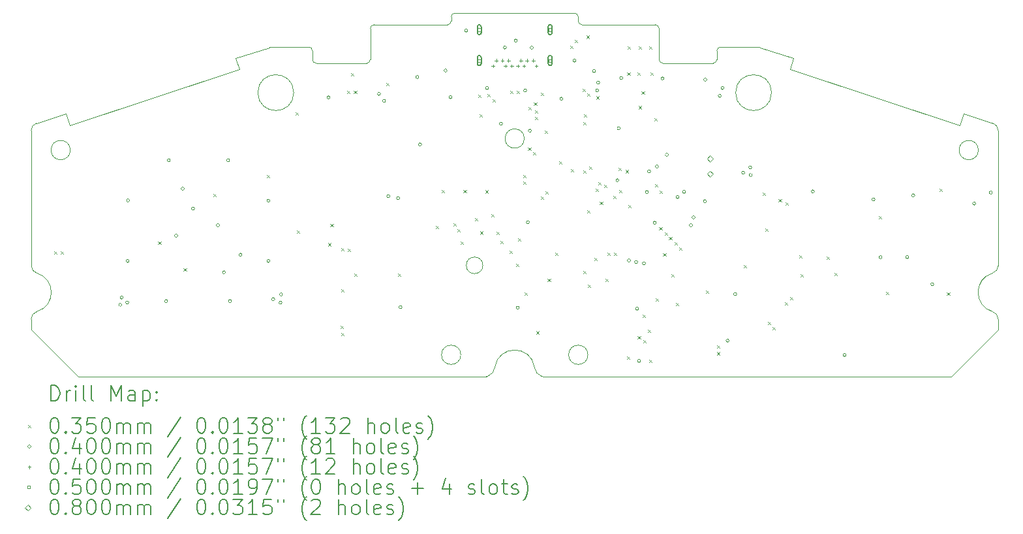
<source format=gbr>
%TF.GenerationSoftware,KiCad,Pcbnew,7.0.6*%
%TF.CreationDate,2023-09-06T23:50:46-07:00*%
%TF.ProjectId,sgpp_main_pcb,73677070-5f6d-4616-996e-5f7063622e6b,1*%
%TF.SameCoordinates,Original*%
%TF.FileFunction,Drillmap*%
%TF.FilePolarity,Positive*%
%FSLAX45Y45*%
G04 Gerber Fmt 4.5, Leading zero omitted, Abs format (unit mm)*
G04 Created by KiCad (PCBNEW 7.0.6) date 2023-09-06 23:50:46*
%MOMM*%
%LPD*%
G01*
G04 APERTURE LIST*
%ADD10C,0.100000*%
%ADD11C,0.200000*%
%ADD12C,0.035000*%
%ADD13C,0.040000*%
%ADD14C,0.050000*%
%ADD15C,0.080000*%
G04 APERTURE END LIST*
D10*
X14652062Y-12353506D02*
G75*
G03*
X14742372Y-12239247I-46352J129456D01*
G01*
X14125964Y-7795232D02*
X13175964Y-7795232D01*
X21274064Y-11747987D02*
X21274064Y-11611856D01*
X15950000Y-12075759D02*
G75*
G03*
X15950000Y-12075759I-125000J0D01*
G01*
X8725938Y-10920208D02*
G75*
G03*
X8798159Y-11016273I100012J8D01*
G01*
X13075964Y-8295234D02*
G75*
G03*
X13125964Y-8245232I6J49994D01*
G01*
X15257917Y-12241439D02*
G75*
G03*
X15347937Y-12353508I136393J17369D01*
G01*
X8725936Y-9165932D02*
X8725936Y-10920208D01*
X15347937Y-12353509D02*
G75*
G03*
X15364801Y-12356438I16863J47069D01*
G01*
X9233000Y-9420743D02*
G75*
G03*
X9233000Y-9420743I-125000J0D01*
G01*
X21274064Y-10920208D02*
X21274064Y-9165932D01*
X8798158Y-11515807D02*
G75*
G03*
X8798159Y-11016274I-72218J249767D01*
G01*
X21017000Y-9420743D02*
G75*
G03*
X21017000Y-9420743I-125000J0D01*
G01*
X15257916Y-12241439D02*
G75*
G03*
X14742372Y-12239247I-257917J-32841D01*
G01*
X14175964Y-7693562D02*
X14175964Y-7745232D01*
X12375962Y-8133737D02*
G75*
G03*
X12325964Y-8083737I-50003J-3D01*
G01*
X18151182Y-8083737D02*
X17674036Y-8083737D01*
X17574036Y-8295226D02*
G75*
G03*
X17624036Y-8245232I4J49996D01*
G01*
X20665613Y-12356438D02*
X21274064Y-11747987D01*
X11426016Y-8368313D02*
X9223094Y-9096008D01*
X12325964Y-8083737D02*
X11848818Y-8083737D01*
X13175964Y-7795234D02*
G75*
G03*
X13125964Y-7845232I6J-50006D01*
G01*
X21201840Y-11016271D02*
G75*
G03*
X21201841Y-11515809I72220J-249769D01*
G01*
X17674036Y-8083736D02*
G75*
G03*
X17624036Y-8133737I4J-50004D01*
G01*
X15824038Y-7693562D02*
G75*
G03*
X15774036Y-7643562I-49998J2D01*
G01*
X21201842Y-11016278D02*
G75*
G03*
X21274064Y-10920208I-27782J96068D01*
G01*
X9223094Y-9096008D02*
X9174091Y-8947663D01*
X21204965Y-9070826D02*
X20825909Y-8947663D01*
X15824036Y-7745232D02*
X15824036Y-7693562D01*
X14635200Y-12356439D02*
G75*
G03*
X14652063Y-12353508I-10J50039D01*
G01*
X15125000Y-9270759D02*
G75*
G03*
X15125000Y-9270759I-125000J0D01*
G01*
X18182084Y-8088632D02*
G75*
G03*
X18151182Y-8083737I-30904J-95108D01*
G01*
X9174091Y-8947663D02*
X8795035Y-9070826D01*
X11817916Y-8088631D02*
X11380569Y-8230734D01*
X8798159Y-11515810D02*
G75*
G03*
X8725936Y-11611924I27771J-96060D01*
G01*
X14125964Y-7795234D02*
G75*
G03*
X14175964Y-7745232I6J49994D01*
G01*
X14225964Y-7643564D02*
G75*
G03*
X14175964Y-7693562I6J-50006D01*
G01*
X16874036Y-8245232D02*
X16874036Y-7845232D01*
X20776906Y-9096008D02*
X18573984Y-8368313D01*
X17624036Y-8133737D02*
X17624036Y-8245232D01*
X16874038Y-8245232D02*
G75*
G03*
X16924036Y-8295232I50002J2D01*
G01*
X17574036Y-8295232D02*
X16924036Y-8295232D01*
X13125964Y-7845232D02*
X13125964Y-8245232D01*
X21274060Y-9165932D02*
G75*
G03*
X21204965Y-9070826I-100000J2D01*
G01*
X11848818Y-8083738D02*
G75*
G03*
X11817916Y-8088632I-8J-99972D01*
G01*
X18332500Y-8675743D02*
G75*
G03*
X18332500Y-8675743I-232500J0D01*
G01*
X8725936Y-11747987D02*
X9334387Y-12356438D01*
X15824038Y-7745232D02*
G75*
G03*
X15874036Y-7795232I50002J2D01*
G01*
X15774036Y-7643562D02*
X14225964Y-7643562D01*
X12132500Y-8675743D02*
G75*
G03*
X12132500Y-8675743I-232500J0D01*
G01*
X18573984Y-8368313D02*
X18619431Y-8230734D01*
X21274057Y-11611856D02*
G75*
G03*
X21201841Y-11515809I-99997J-14D01*
G01*
X9334387Y-12356438D02*
X14635200Y-12356438D01*
X15364801Y-12356438D02*
X20665613Y-12356438D01*
X14586500Y-10915743D02*
G75*
G03*
X14586500Y-10915743I-107500J0D01*
G01*
X12375964Y-8245232D02*
X12375964Y-8133737D01*
X8795034Y-9070822D02*
G75*
G03*
X8725936Y-9165932I30906J-95109D01*
G01*
X13075964Y-8295232D02*
X12425964Y-8295232D01*
X20825909Y-8947663D02*
X20776906Y-9096008D01*
X16874038Y-7845232D02*
G75*
G03*
X16824036Y-7795232I-49998J2D01*
G01*
X12375968Y-8245232D02*
G75*
G03*
X12425964Y-8295232I49992J-8D01*
G01*
X11380569Y-8230734D02*
X11426016Y-8368313D01*
X14300000Y-12075759D02*
G75*
G03*
X14300000Y-12075759I-125000J0D01*
G01*
X16824036Y-7795232D02*
X15874036Y-7795232D01*
X8725936Y-11611924D02*
X8725936Y-11747987D01*
X18619431Y-8230734D02*
X18182084Y-8088631D01*
D11*
D12*
X9022360Y-10734320D02*
X9057360Y-10769320D01*
X9057360Y-10734320D02*
X9022360Y-10769320D01*
X9111260Y-10731780D02*
X9146260Y-10766780D01*
X9146260Y-10731780D02*
X9111260Y-10766780D01*
X10373640Y-10607320D02*
X10408640Y-10642320D01*
X10408640Y-10607320D02*
X10373640Y-10642320D01*
X10703840Y-10955300D02*
X10738840Y-10990300D01*
X10738840Y-10955300D02*
X10703840Y-10990300D01*
X11089920Y-9987560D02*
X11124920Y-10022560D01*
X11124920Y-9987560D02*
X11089920Y-10022560D01*
X11783340Y-9743720D02*
X11818340Y-9778720D01*
X11818340Y-9743720D02*
X11783340Y-9778720D01*
X12159260Y-8933460D02*
X12194260Y-8968460D01*
X12194260Y-8933460D02*
X12159260Y-8968460D01*
X12169420Y-10465080D02*
X12204420Y-10500080D01*
X12204420Y-10465080D02*
X12169420Y-10500080D01*
X12580900Y-10627640D02*
X12615900Y-10662640D01*
X12615900Y-10627640D02*
X12580900Y-10662640D01*
X12608840Y-10378720D02*
X12643840Y-10413720D01*
X12643840Y-10378720D02*
X12608840Y-10413720D01*
X12743460Y-11699520D02*
X12778460Y-11734520D01*
X12778460Y-11699520D02*
X12743460Y-11734520D01*
X12746000Y-10691140D02*
X12781000Y-10726140D01*
X12781000Y-10691140D02*
X12746000Y-10726140D01*
X12748540Y-11227080D02*
X12783540Y-11262080D01*
X12783540Y-11227080D02*
X12748540Y-11262080D01*
X12748540Y-11788420D02*
X12783540Y-11823420D01*
X12783540Y-11788420D02*
X12748540Y-11823420D01*
X12824740Y-8651520D02*
X12859740Y-8686520D01*
X12859740Y-8651520D02*
X12824740Y-8686520D01*
X12832360Y-10696220D02*
X12867360Y-10731220D01*
X12867360Y-10696220D02*
X12832360Y-10731220D01*
X12878080Y-8422920D02*
X12913080Y-8457920D01*
X12913080Y-8422920D02*
X12878080Y-8457920D01*
X12913640Y-8651520D02*
X12948640Y-8686520D01*
X12948640Y-8651520D02*
X12913640Y-8686520D01*
X12916180Y-11021340D02*
X12951180Y-11056340D01*
X12951180Y-11021340D02*
X12916180Y-11056340D01*
X13330220Y-8552440D02*
X13365220Y-8587440D01*
X13365220Y-8552440D02*
X13330220Y-8587440D01*
X13482600Y-11021340D02*
X13517600Y-11056340D01*
X13517600Y-11021340D02*
X13482600Y-11056340D01*
X13975360Y-10401580D02*
X14010360Y-10436580D01*
X14010360Y-10401580D02*
X13975360Y-10436580D01*
X14054100Y-9934220D02*
X14089100Y-9969220D01*
X14089100Y-9934220D02*
X14054100Y-9969220D01*
X14201420Y-10366020D02*
X14236420Y-10401020D01*
X14236420Y-10366020D02*
X14201420Y-10401020D01*
X14257300Y-10442220D02*
X14292300Y-10477220D01*
X14292300Y-10442220D02*
X14257300Y-10477220D01*
X14295400Y-10609860D02*
X14330400Y-10644860D01*
X14330400Y-10609860D02*
X14295400Y-10644860D01*
X14336040Y-9939300D02*
X14371040Y-9974300D01*
X14371040Y-9939300D02*
X14336040Y-9974300D01*
X14485900Y-10299980D02*
X14520900Y-10334980D01*
X14520900Y-10299980D02*
X14485900Y-10334980D01*
X14529300Y-8705080D02*
X14564300Y-8740080D01*
X14564300Y-8705080D02*
X14529300Y-8740080D01*
X14544100Y-8959080D02*
X14579100Y-8994080D01*
X14579100Y-8959080D02*
X14544100Y-8994080D01*
X14551940Y-10475240D02*
X14586940Y-10510240D01*
X14586940Y-10475240D02*
X14551940Y-10510240D01*
X14617980Y-9941840D02*
X14652980Y-9976840D01*
X14652980Y-9941840D02*
X14617980Y-9976840D01*
X14643312Y-8694500D02*
X14678312Y-8729500D01*
X14678312Y-8694500D02*
X14643312Y-8729500D01*
X14696720Y-10251720D02*
X14731720Y-10286720D01*
X14731720Y-10251720D02*
X14696720Y-10286720D01*
X14709802Y-8757090D02*
X14744802Y-8792090D01*
X14744802Y-8757090D02*
X14709802Y-8792090D01*
X14765300Y-10480320D02*
X14800300Y-10515320D01*
X14800300Y-10480320D02*
X14765300Y-10515320D01*
X14811020Y-10599700D02*
X14846020Y-10634700D01*
X14846020Y-10599700D02*
X14811020Y-10634700D01*
X14932940Y-10724160D02*
X14967940Y-10759160D01*
X14967940Y-10724160D02*
X14932940Y-10759160D01*
X14938020Y-8651520D02*
X14973020Y-8686520D01*
X14973020Y-8651520D02*
X14938020Y-8686520D01*
X15019300Y-10896880D02*
X15054300Y-10931880D01*
X15054300Y-10896880D02*
X15019300Y-10931880D01*
X15024380Y-8651520D02*
X15059380Y-8686520D01*
X15059380Y-8651520D02*
X15024380Y-8686520D01*
X15044700Y-10561600D02*
X15079700Y-10596600D01*
X15079700Y-10561600D02*
X15044700Y-10596600D01*
X15108200Y-9830080D02*
X15143200Y-9865080D01*
X15143200Y-9830080D02*
X15108200Y-9865080D01*
X15113280Y-9741180D02*
X15148280Y-9776180D01*
X15148280Y-9741180D02*
X15113280Y-9776180D01*
X15128520Y-11267720D02*
X15163520Y-11302720D01*
X15163520Y-11267720D02*
X15128520Y-11302720D01*
X15174240Y-9385580D02*
X15209240Y-9420580D01*
X15209240Y-9385580D02*
X15174240Y-9420580D01*
X15176780Y-8862340D02*
X15211780Y-8897340D01*
X15211780Y-8862340D02*
X15176780Y-8897340D01*
X15237740Y-9449080D02*
X15272740Y-9484080D01*
X15272740Y-9449080D02*
X15237740Y-9484080D01*
X15249901Y-8801241D02*
X15284901Y-8836241D01*
X15284901Y-8801241D02*
X15249901Y-8836241D01*
X15265680Y-8902980D02*
X15300680Y-8937980D01*
X15300680Y-8902980D02*
X15265680Y-8937980D01*
X15265680Y-8989340D02*
X15300680Y-9024340D01*
X15300680Y-8989340D02*
X15265680Y-9024340D01*
X15278380Y-11770640D02*
X15313380Y-11805640D01*
X15313380Y-11770640D02*
X15278380Y-11805640D01*
X15336800Y-10025660D02*
X15371800Y-10060660D01*
X15371800Y-10025660D02*
X15336800Y-10060660D01*
X15340957Y-8677547D02*
X15375957Y-8712547D01*
X15375957Y-8677547D02*
X15340957Y-8712547D01*
X15392680Y-9164600D02*
X15427680Y-9199600D01*
X15427680Y-9164600D02*
X15392680Y-9199600D01*
X15400300Y-9954540D02*
X15435300Y-9989540D01*
X15435300Y-9954540D02*
X15400300Y-9989540D01*
X15428240Y-11087380D02*
X15463240Y-11122380D01*
X15463240Y-11087380D02*
X15428240Y-11122380D01*
X15524760Y-10752100D02*
X15559760Y-10787100D01*
X15559760Y-10752100D02*
X15524760Y-10787100D01*
X15575560Y-9563380D02*
X15610560Y-9598380D01*
X15610560Y-9563380D02*
X15575560Y-9598380D01*
X15722494Y-8063880D02*
X15757494Y-8098880D01*
X15757494Y-8063880D02*
X15722494Y-8098880D01*
X15727960Y-9670060D02*
X15762960Y-9705060D01*
X15762960Y-9670060D02*
X15727960Y-9705060D01*
X15781934Y-7990455D02*
X15816934Y-8025455D01*
X15816934Y-7990455D02*
X15781934Y-8025455D01*
X15877820Y-8623580D02*
X15912820Y-8658580D01*
X15912820Y-8623580D02*
X15877820Y-8658580D01*
X15887980Y-10988320D02*
X15922980Y-11023320D01*
X15922980Y-10988320D02*
X15887980Y-11023320D01*
X15891271Y-9683821D02*
X15926271Y-9718821D01*
X15926271Y-9683821D02*
X15891271Y-9718821D01*
X15893060Y-9055380D02*
X15928060Y-9090380D01*
X15928060Y-9055380D02*
X15893060Y-9090380D01*
X15898140Y-8958860D02*
X15933140Y-8993860D01*
X15933140Y-8958860D02*
X15898140Y-8993860D01*
X15931117Y-7935677D02*
X15966117Y-7970677D01*
X15966117Y-7935677D02*
X15931117Y-7970677D01*
X15938780Y-10198380D02*
X15973780Y-10233380D01*
X15973780Y-10198380D02*
X15938780Y-10233380D01*
X15943860Y-8682000D02*
X15978860Y-8717000D01*
X15978860Y-8682000D02*
X15943860Y-8717000D01*
X15950751Y-11166239D02*
X15985751Y-11201239D01*
X15985751Y-11166239D02*
X15950751Y-11201239D01*
X15968023Y-9633020D02*
X16003023Y-9668020D01*
X16003023Y-9633020D02*
X15968023Y-9668020D01*
X16035300Y-10820680D02*
X16070300Y-10855680D01*
X16070300Y-10820680D02*
X16035300Y-10855680D01*
X16048000Y-9918980D02*
X16083000Y-9953980D01*
X16083000Y-9918980D02*
X16048000Y-9953980D01*
X16060700Y-8722640D02*
X16095700Y-8757640D01*
X16095700Y-8722640D02*
X16060700Y-8757640D01*
X16083560Y-9832620D02*
X16118560Y-9867620D01*
X16118560Y-9832620D02*
X16083560Y-9867620D01*
X16105271Y-10089602D02*
X16140271Y-10124602D01*
X16140271Y-10089602D02*
X16105271Y-10124602D01*
X16161885Y-9872455D02*
X16196885Y-9907455D01*
X16196885Y-9872455D02*
X16161885Y-9907455D01*
X16177540Y-11089920D02*
X16212540Y-11124920D01*
X16212540Y-11089920D02*
X16177540Y-11124920D01*
X16200400Y-10752100D02*
X16235400Y-10787100D01*
X16235400Y-10752100D02*
X16200400Y-10787100D01*
X16276600Y-10010420D02*
X16311600Y-10045420D01*
X16311600Y-10010420D02*
X16276600Y-10045420D01*
X16289300Y-10752100D02*
X16324300Y-10787100D01*
X16324300Y-10752100D02*
X16289300Y-10787100D01*
X16343435Y-9651440D02*
X16378435Y-9686440D01*
X16378435Y-9651440D02*
X16343435Y-9686440D01*
X16357880Y-9936760D02*
X16392880Y-9971760D01*
X16392880Y-9936760D02*
X16357880Y-9971760D01*
X16441020Y-9679186D02*
X16476020Y-9714186D01*
X16476020Y-9679186D02*
X16441020Y-9714186D01*
X16459480Y-12095760D02*
X16494480Y-12130760D01*
X16494480Y-12095760D02*
X16459480Y-12130760D01*
X16461501Y-8410220D02*
X16496501Y-8445220D01*
X16496501Y-8410220D02*
X16461501Y-8445220D01*
X16462819Y-8078566D02*
X16497819Y-8113566D01*
X16497819Y-8078566D02*
X16462819Y-8113566D01*
X16472180Y-10134880D02*
X16507180Y-10169880D01*
X16507180Y-10134880D02*
X16472180Y-10169880D01*
X16590987Y-8415926D02*
X16625987Y-8450926D01*
X16625987Y-8415926D02*
X16590987Y-8450926D01*
X16596640Y-11834140D02*
X16631640Y-11869140D01*
X16631640Y-11834140D02*
X16596640Y-11869140D01*
X16606800Y-8849640D02*
X16641800Y-8884640D01*
X16641800Y-8849640D02*
X16606800Y-8884640D01*
X16609172Y-8078271D02*
X16644172Y-8113271D01*
X16644172Y-8078271D02*
X16609172Y-8113271D01*
X16647440Y-8661680D02*
X16682440Y-8696680D01*
X16682440Y-8661680D02*
X16647440Y-8696680D01*
X16662680Y-11557280D02*
X16697680Y-11592280D01*
X16697680Y-11557280D02*
X16662680Y-11592280D01*
X16667760Y-11884940D02*
X16702760Y-11919940D01*
X16702760Y-11884940D02*
X16667760Y-11919940D01*
X16731260Y-11752860D02*
X16766260Y-11787860D01*
X16766260Y-11752860D02*
X16731260Y-11787860D01*
X16741470Y-8076444D02*
X16776470Y-8111444D01*
X16776470Y-8076444D02*
X16741470Y-8111444D01*
X16746500Y-12141480D02*
X16781500Y-12176480D01*
X16781500Y-12141480D02*
X16746500Y-12176480D01*
X16760516Y-8414275D02*
X16795517Y-8449275D01*
X16795517Y-8414275D02*
X16760516Y-8449275D01*
X16810000Y-9009660D02*
X16845000Y-9044660D01*
X16845000Y-9009660D02*
X16810000Y-9044660D01*
X16821132Y-9857887D02*
X16856132Y-9892887D01*
X16856132Y-9857887D02*
X16821132Y-9892887D01*
X16832860Y-11341380D02*
X16867860Y-11376380D01*
X16867860Y-11341380D02*
X16832860Y-11376380D01*
X16876040Y-10419360D02*
X16911040Y-10454360D01*
X16911040Y-10419360D02*
X16876040Y-10454360D01*
X16881120Y-9944380D02*
X16916120Y-9979380D01*
X16916120Y-9944380D02*
X16881120Y-9979380D01*
X16926840Y-10762260D02*
X16961840Y-10797260D01*
X16961840Y-10762260D02*
X16926840Y-10797260D01*
X16944620Y-10485400D02*
X16979620Y-10520400D01*
X16979620Y-10485400D02*
X16944620Y-10520400D01*
X17003040Y-10548900D02*
X17038040Y-10583900D01*
X17038040Y-10548900D02*
X17003040Y-10583900D01*
X17030980Y-11026420D02*
X17065980Y-11061420D01*
X17065980Y-11026420D02*
X17030980Y-11061420D01*
X17071620Y-10617480D02*
X17106620Y-10652480D01*
X17106620Y-10617480D02*
X17071620Y-10652480D01*
X17091940Y-11404880D02*
X17126940Y-11439880D01*
X17126940Y-11404880D02*
X17091940Y-11439880D01*
X17137660Y-10686060D02*
X17172660Y-10721060D01*
X17172660Y-10686060D02*
X17137660Y-10721060D01*
X17478020Y-11239780D02*
X17513020Y-11274780D01*
X17513020Y-11239780D02*
X17478020Y-11274780D01*
X17625340Y-11951700D02*
X17660340Y-11986700D01*
X17660340Y-11951700D02*
X17625340Y-11986700D01*
X17625340Y-12041700D02*
X17660340Y-12076700D01*
X17660340Y-12041700D02*
X17625340Y-12076700D01*
X17969367Y-10908306D02*
X18004367Y-10943306D01*
X18004367Y-10908306D02*
X17969367Y-10943306D01*
X18219700Y-9972320D02*
X18254700Y-10007320D01*
X18254700Y-9972320D02*
X18219700Y-10007320D01*
X18255260Y-10437140D02*
X18290260Y-10472140D01*
X18290260Y-10437140D02*
X18255260Y-10472140D01*
X18283200Y-11648720D02*
X18318200Y-11683720D01*
X18318200Y-11648720D02*
X18283200Y-11683720D01*
X18346700Y-11712220D02*
X18381700Y-11747220D01*
X18381700Y-11712220D02*
X18346700Y-11747220D01*
X18425440Y-10056140D02*
X18460440Y-10091140D01*
X18460440Y-10056140D02*
X18425440Y-10091140D01*
X18509260Y-11392180D02*
X18544260Y-11427180D01*
X18544260Y-11392180D02*
X18509260Y-11427180D01*
X18511800Y-10099320D02*
X18546800Y-10134320D01*
X18546800Y-10099320D02*
X18511800Y-10134320D01*
X18572760Y-11326140D02*
X18607760Y-11361140D01*
X18607760Y-11326140D02*
X18572760Y-11361140D01*
X18694680Y-10782580D02*
X18729680Y-10817580D01*
X18729680Y-10782580D02*
X18694680Y-10817580D01*
X18707380Y-11026420D02*
X18742380Y-11061420D01*
X18742380Y-11026420D02*
X18707380Y-11061420D01*
X19047740Y-10802900D02*
X19082740Y-10837900D01*
X19082740Y-10802900D02*
X19047740Y-10837900D01*
X19149340Y-11013720D02*
X19184340Y-11048720D01*
X19184340Y-11013720D02*
X19149340Y-11048720D01*
X19725920Y-10277120D02*
X19760920Y-10312120D01*
X19760920Y-10277120D02*
X19725920Y-10312120D01*
X19819900Y-11255020D02*
X19854900Y-11290020D01*
X19854900Y-11255020D02*
X19819900Y-11290020D01*
X20510780Y-9921520D02*
X20545780Y-9956520D01*
X20545780Y-9921520D02*
X20510780Y-9956520D01*
X20609840Y-11265180D02*
X20644840Y-11300180D01*
X20644840Y-11265180D02*
X20609840Y-11300180D01*
D13*
X9900600Y-11427460D02*
G75*
G03*
X9900600Y-11427460I-20000J0D01*
G01*
X9918380Y-11333480D02*
G75*
G03*
X9918380Y-11333480I-20000J0D01*
G01*
X9992040Y-11396980D02*
G75*
G03*
X9992040Y-11396980I-20000J0D01*
G01*
X9997120Y-10858500D02*
G75*
G03*
X9997120Y-10858500I-20000J0D01*
G01*
X10002200Y-10073640D02*
G75*
G03*
X10002200Y-10073640I-20000J0D01*
G01*
X10497500Y-11379200D02*
G75*
G03*
X10497500Y-11379200I-20000J0D01*
G01*
X10530520Y-9552940D02*
G75*
G03*
X10530520Y-9552940I-20000J0D01*
G01*
X10627040Y-10530840D02*
G75*
G03*
X10627040Y-10530840I-20000J0D01*
G01*
X10710860Y-9921240D02*
G75*
G03*
X10710860Y-9921240I-20000J0D01*
G01*
X10845480Y-10180320D02*
G75*
G03*
X10845480Y-10180320I-20000J0D01*
G01*
X11168060Y-10396220D02*
G75*
G03*
X11168060Y-10396220I-20000J0D01*
G01*
X11246800Y-11005820D02*
G75*
G03*
X11246800Y-11005820I-20000J0D01*
G01*
X11300140Y-9552940D02*
G75*
G03*
X11300140Y-9552940I-20000J0D01*
G01*
X11325540Y-11379200D02*
G75*
G03*
X11325540Y-11379200I-20000J0D01*
G01*
X11462700Y-10777220D02*
G75*
G03*
X11462700Y-10777220I-20000J0D01*
G01*
X11823380Y-10076180D02*
G75*
G03*
X11823380Y-10076180I-20000J0D01*
G01*
X11823380Y-10858500D02*
G75*
G03*
X11823380Y-10858500I-20000J0D01*
G01*
X11886880Y-11353800D02*
G75*
G03*
X11886880Y-11353800I-20000J0D01*
G01*
X11980860Y-11399520D02*
G75*
G03*
X11980860Y-11399520I-20000J0D01*
G01*
X11988480Y-11292840D02*
G75*
G03*
X11988480Y-11292840I-20000J0D01*
G01*
X12603160Y-8737600D02*
G75*
G03*
X12603160Y-8737600I-20000J0D01*
G01*
X13258480Y-8691880D02*
G75*
G03*
X13258480Y-8691880I-20000J0D01*
G01*
X13324520Y-8783320D02*
G75*
G03*
X13324520Y-8783320I-20000J0D01*
G01*
X13380400Y-10017760D02*
G75*
G03*
X13380400Y-10017760I-20000J0D01*
G01*
X13507400Y-10043160D02*
G75*
G03*
X13507400Y-10043160I-20000J0D01*
G01*
X13537880Y-11457940D02*
G75*
G03*
X13537880Y-11457940I-20000J0D01*
G01*
X13756320Y-8473440D02*
G75*
G03*
X13756320Y-8473440I-20000J0D01*
G01*
X13791880Y-9347200D02*
G75*
G03*
X13791880Y-9347200I-20000J0D01*
G01*
X14122080Y-8389620D02*
G75*
G03*
X14122080Y-8389620I-20000J0D01*
G01*
X14185580Y-8735060D02*
G75*
G03*
X14185580Y-8735060I-20000J0D01*
G01*
X14388780Y-7871460D02*
G75*
G03*
X14388780Y-7871460I-20000J0D01*
G01*
X14660702Y-8615879D02*
G75*
G03*
X14660702Y-8615879I-20000J0D01*
G01*
X14840900Y-9077960D02*
G75*
G03*
X14840900Y-9077960I-20000J0D01*
G01*
X14892970Y-8091170D02*
G75*
G03*
X14892970Y-8091170I-20000J0D01*
G01*
X15033940Y-8001000D02*
G75*
G03*
X15033940Y-8001000I-20000J0D01*
G01*
X15059340Y-11465560D02*
G75*
G03*
X15059340Y-11465560I-20000J0D01*
G01*
X15155860Y-8648700D02*
G75*
G03*
X15155860Y-8648700I-20000J0D01*
G01*
X15191420Y-10355580D02*
G75*
G03*
X15191420Y-10355580I-20000J0D01*
G01*
X15216820Y-9169400D02*
G75*
G03*
X15216820Y-9169400I-20000J0D01*
G01*
X15241352Y-8091870D02*
G75*
G03*
X15241352Y-8091870I-20000J0D01*
G01*
X15625760Y-8755380D02*
G75*
G03*
X15625760Y-8755380I-20000J0D01*
G01*
X15794752Y-8259985D02*
G75*
G03*
X15794752Y-8259985I-20000J0D01*
G01*
X16049940Y-8394700D02*
G75*
G03*
X16049940Y-8394700I-20000J0D01*
G01*
X16091270Y-8645864D02*
G75*
G03*
X16091270Y-8645864I-20000J0D01*
G01*
X16103280Y-8544560D02*
G75*
G03*
X16103280Y-8544560I-20000J0D01*
G01*
X16352200Y-9812020D02*
G75*
G03*
X16352200Y-9812020I-20000J0D01*
G01*
X16369980Y-9138920D02*
G75*
G03*
X16369980Y-9138920I-20000J0D01*
G01*
X16403000Y-8486140D02*
G75*
G03*
X16403000Y-8486140I-20000J0D01*
G01*
X16502060Y-10853420D02*
G75*
G03*
X16502060Y-10853420I-20000J0D01*
G01*
X16596040Y-10871200D02*
G75*
G03*
X16596040Y-10871200I-20000J0D01*
G01*
X16608740Y-11478260D02*
G75*
G03*
X16608740Y-11478260I-20000J0D01*
G01*
X16634140Y-12153900D02*
G75*
G03*
X16634140Y-12153900I-20000J0D01*
G01*
X16697640Y-10888980D02*
G75*
G03*
X16697640Y-10888980I-20000J0D01*
G01*
X16735740Y-9964420D02*
G75*
G03*
X16735740Y-9964420I-20000J0D01*
G01*
X16763680Y-9697720D02*
G75*
G03*
X16763680Y-9697720I-20000J0D01*
G01*
X16837340Y-10363200D02*
G75*
G03*
X16837340Y-10363200I-20000J0D01*
G01*
X16865280Y-9634220D02*
G75*
G03*
X16865280Y-9634220I-20000J0D01*
G01*
X16937415Y-8490854D02*
G75*
G03*
X16937415Y-8490854I-20000J0D01*
G01*
X16994820Y-9481820D02*
G75*
G03*
X16994820Y-9481820I-20000J0D01*
G01*
X17134520Y-10030460D02*
G75*
G03*
X17134520Y-10030460I-20000J0D01*
G01*
X17218340Y-9961880D02*
G75*
G03*
X17218340Y-9961880I-20000J0D01*
G01*
X17307240Y-10396220D02*
G75*
G03*
X17307240Y-10396220I-20000J0D01*
G01*
X17340260Y-10294620D02*
G75*
G03*
X17340260Y-10294620I-20000J0D01*
G01*
X17487580Y-10083800D02*
G75*
G03*
X17487580Y-10083800I-20000J0D01*
G01*
X17492660Y-8506460D02*
G75*
G03*
X17492660Y-8506460I-20000J0D01*
G01*
X17680620Y-8717280D02*
G75*
G03*
X17680620Y-8717280I-20000J0D01*
G01*
X17716180Y-8615680D02*
G75*
G03*
X17716180Y-8615680I-20000J0D01*
G01*
X17782220Y-11892280D02*
G75*
G03*
X17782220Y-11892280I-20000J0D01*
G01*
X17881280Y-11290300D02*
G75*
G03*
X17881280Y-11290300I-20000J0D01*
G01*
X17985420Y-9715500D02*
G75*
G03*
X17985420Y-9715500I-20000J0D01*
G01*
X18076860Y-9644380D02*
G75*
G03*
X18076860Y-9644380I-20000J0D01*
G01*
X18081940Y-9743440D02*
G75*
G03*
X18081940Y-9743440I-20000J0D01*
G01*
X18889660Y-9956800D02*
G75*
G03*
X18889660Y-9956800I-20000J0D01*
G01*
X19301140Y-12077700D02*
G75*
G03*
X19301140Y-12077700I-20000J0D01*
G01*
X19677060Y-10060940D02*
G75*
G03*
X19677060Y-10060940I-20000J0D01*
G01*
X19768500Y-10810240D02*
G75*
G03*
X19768500Y-10810240I-20000J0D01*
G01*
X20113940Y-10807700D02*
G75*
G03*
X20113940Y-10807700I-20000J0D01*
G01*
X20192680Y-10007600D02*
G75*
G03*
X20192680Y-10007600I-20000J0D01*
G01*
X20439060Y-11160760D02*
G75*
G03*
X20439060Y-11160760I-20000J0D01*
G01*
X20982620Y-10114280D02*
G75*
G03*
X20982620Y-10114280I-20000J0D01*
G01*
X21198520Y-9972040D02*
G75*
G03*
X21198520Y-9972040I-20000J0D01*
G01*
X14720000Y-8310242D02*
X14720000Y-8350242D01*
X14700000Y-8330242D02*
X14740000Y-8330242D01*
X14760000Y-8239242D02*
X14760000Y-8279242D01*
X14740000Y-8259242D02*
X14780000Y-8259242D01*
X14840000Y-8239242D02*
X14840000Y-8279242D01*
X14820000Y-8259242D02*
X14860000Y-8259242D01*
X14880000Y-8310242D02*
X14880000Y-8350242D01*
X14860000Y-8330242D02*
X14900000Y-8330242D01*
X14920000Y-8239242D02*
X14920000Y-8279242D01*
X14900000Y-8259242D02*
X14940000Y-8259242D01*
X14960000Y-8310242D02*
X14960000Y-8350242D01*
X14940000Y-8330242D02*
X14980000Y-8330242D01*
X15040000Y-8310242D02*
X15040000Y-8350242D01*
X15020000Y-8330242D02*
X15060000Y-8330242D01*
X15080000Y-8239242D02*
X15080000Y-8279242D01*
X15060000Y-8259242D02*
X15100000Y-8259242D01*
X15120000Y-8310242D02*
X15120000Y-8350242D01*
X15100000Y-8330242D02*
X15140000Y-8330242D01*
X15160000Y-8239242D02*
X15160000Y-8279242D01*
X15140000Y-8259242D02*
X15180000Y-8259242D01*
X15240000Y-8239242D02*
X15240000Y-8279242D01*
X15220000Y-8259242D02*
X15260000Y-8259242D01*
X15280000Y-8310242D02*
X15280000Y-8350242D01*
X15260000Y-8330242D02*
X15300000Y-8330242D01*
D14*
X14557678Y-7876920D02*
X14557678Y-7841565D01*
X14522322Y-7841565D01*
X14522322Y-7876920D01*
X14557678Y-7876920D01*
D11*
X14515000Y-7819242D02*
X14515000Y-7899242D01*
X14515000Y-7899242D02*
G75*
G03*
X14565000Y-7899242I25000J0D01*
G01*
X14565000Y-7899242D02*
X14565000Y-7819242D01*
X14565000Y-7819242D02*
G75*
G03*
X14515000Y-7819242I-25000J0D01*
G01*
D14*
X14557678Y-8276920D02*
X14557678Y-8241565D01*
X14522322Y-8241565D01*
X14522322Y-8276920D01*
X14557678Y-8276920D01*
D11*
X14515000Y-8219242D02*
X14515000Y-8299242D01*
X14515000Y-8299242D02*
G75*
G03*
X14565000Y-8299242I25000J0D01*
G01*
X14565000Y-8299242D02*
X14565000Y-8219242D01*
X14565000Y-8219242D02*
G75*
G03*
X14515000Y-8219242I-25000J0D01*
G01*
D14*
X15477678Y-7876920D02*
X15477678Y-7841565D01*
X15442322Y-7841565D01*
X15442322Y-7876920D01*
X15477678Y-7876920D01*
D11*
X15435000Y-7819242D02*
X15435000Y-7899242D01*
X15435000Y-7899242D02*
G75*
G03*
X15485000Y-7899242I25000J0D01*
G01*
X15485000Y-7899242D02*
X15485000Y-7819242D01*
X15485000Y-7819242D02*
G75*
G03*
X15435000Y-7819242I-25000J0D01*
G01*
D14*
X15477678Y-8276920D02*
X15477678Y-8241565D01*
X15442322Y-8241565D01*
X15442322Y-8276920D01*
X15477678Y-8276920D01*
D11*
X15435000Y-8219242D02*
X15435000Y-8299242D01*
X15435000Y-8299242D02*
G75*
G03*
X15485000Y-8299242I25000J0D01*
G01*
X15485000Y-8299242D02*
X15485000Y-8219242D01*
X15485000Y-8219242D02*
G75*
G03*
X15435000Y-8219242I-25000J0D01*
G01*
D15*
X17536160Y-9570080D02*
X17576160Y-9530080D01*
X17536160Y-9490080D01*
X17496160Y-9530080D01*
X17536160Y-9570080D01*
X17536160Y-9770080D02*
X17576160Y-9730080D01*
X17536160Y-9690080D01*
X17496160Y-9730080D01*
X17536160Y-9770080D01*
D11*
X8981713Y-12672922D02*
X8981713Y-12472922D01*
X8981713Y-12472922D02*
X9029332Y-12472922D01*
X9029332Y-12472922D02*
X9057903Y-12482446D01*
X9057903Y-12482446D02*
X9076951Y-12501494D01*
X9076951Y-12501494D02*
X9086475Y-12520541D01*
X9086475Y-12520541D02*
X9095998Y-12558636D01*
X9095998Y-12558636D02*
X9095998Y-12587208D01*
X9095998Y-12587208D02*
X9086475Y-12625303D01*
X9086475Y-12625303D02*
X9076951Y-12644351D01*
X9076951Y-12644351D02*
X9057903Y-12663398D01*
X9057903Y-12663398D02*
X9029332Y-12672922D01*
X9029332Y-12672922D02*
X8981713Y-12672922D01*
X9181713Y-12672922D02*
X9181713Y-12539589D01*
X9181713Y-12577684D02*
X9191237Y-12558636D01*
X9191237Y-12558636D02*
X9200760Y-12549113D01*
X9200760Y-12549113D02*
X9219808Y-12539589D01*
X9219808Y-12539589D02*
X9238856Y-12539589D01*
X9305522Y-12672922D02*
X9305522Y-12539589D01*
X9305522Y-12472922D02*
X9295998Y-12482446D01*
X9295998Y-12482446D02*
X9305522Y-12491970D01*
X9305522Y-12491970D02*
X9315046Y-12482446D01*
X9315046Y-12482446D02*
X9305522Y-12472922D01*
X9305522Y-12472922D02*
X9305522Y-12491970D01*
X9429332Y-12672922D02*
X9410284Y-12663398D01*
X9410284Y-12663398D02*
X9400760Y-12644351D01*
X9400760Y-12644351D02*
X9400760Y-12472922D01*
X9534094Y-12672922D02*
X9515046Y-12663398D01*
X9515046Y-12663398D02*
X9505522Y-12644351D01*
X9505522Y-12644351D02*
X9505522Y-12472922D01*
X9762665Y-12672922D02*
X9762665Y-12472922D01*
X9762665Y-12472922D02*
X9829332Y-12615779D01*
X9829332Y-12615779D02*
X9895998Y-12472922D01*
X9895998Y-12472922D02*
X9895998Y-12672922D01*
X10076951Y-12672922D02*
X10076951Y-12568160D01*
X10076951Y-12568160D02*
X10067427Y-12549113D01*
X10067427Y-12549113D02*
X10048379Y-12539589D01*
X10048379Y-12539589D02*
X10010284Y-12539589D01*
X10010284Y-12539589D02*
X9991237Y-12549113D01*
X10076951Y-12663398D02*
X10057903Y-12672922D01*
X10057903Y-12672922D02*
X10010284Y-12672922D01*
X10010284Y-12672922D02*
X9991237Y-12663398D01*
X9991237Y-12663398D02*
X9981713Y-12644351D01*
X9981713Y-12644351D02*
X9981713Y-12625303D01*
X9981713Y-12625303D02*
X9991237Y-12606255D01*
X9991237Y-12606255D02*
X10010284Y-12596732D01*
X10010284Y-12596732D02*
X10057903Y-12596732D01*
X10057903Y-12596732D02*
X10076951Y-12587208D01*
X10172189Y-12539589D02*
X10172189Y-12739589D01*
X10172189Y-12549113D02*
X10191237Y-12539589D01*
X10191237Y-12539589D02*
X10229332Y-12539589D01*
X10229332Y-12539589D02*
X10248379Y-12549113D01*
X10248379Y-12549113D02*
X10257903Y-12558636D01*
X10257903Y-12558636D02*
X10267427Y-12577684D01*
X10267427Y-12577684D02*
X10267427Y-12634827D01*
X10267427Y-12634827D02*
X10257903Y-12653874D01*
X10257903Y-12653874D02*
X10248379Y-12663398D01*
X10248379Y-12663398D02*
X10229332Y-12672922D01*
X10229332Y-12672922D02*
X10191237Y-12672922D01*
X10191237Y-12672922D02*
X10172189Y-12663398D01*
X10353141Y-12653874D02*
X10362665Y-12663398D01*
X10362665Y-12663398D02*
X10353141Y-12672922D01*
X10353141Y-12672922D02*
X10343618Y-12663398D01*
X10343618Y-12663398D02*
X10353141Y-12653874D01*
X10353141Y-12653874D02*
X10353141Y-12672922D01*
X10353141Y-12549113D02*
X10362665Y-12558636D01*
X10362665Y-12558636D02*
X10353141Y-12568160D01*
X10353141Y-12568160D02*
X10343618Y-12558636D01*
X10343618Y-12558636D02*
X10353141Y-12549113D01*
X10353141Y-12549113D02*
X10353141Y-12568160D01*
D12*
X8685936Y-12983938D02*
X8720936Y-13018938D01*
X8720936Y-12983938D02*
X8685936Y-13018938D01*
D11*
X9019808Y-12892922D02*
X9038856Y-12892922D01*
X9038856Y-12892922D02*
X9057903Y-12902446D01*
X9057903Y-12902446D02*
X9067427Y-12911970D01*
X9067427Y-12911970D02*
X9076951Y-12931017D01*
X9076951Y-12931017D02*
X9086475Y-12969113D01*
X9086475Y-12969113D02*
X9086475Y-13016732D01*
X9086475Y-13016732D02*
X9076951Y-13054827D01*
X9076951Y-13054827D02*
X9067427Y-13073874D01*
X9067427Y-13073874D02*
X9057903Y-13083398D01*
X9057903Y-13083398D02*
X9038856Y-13092922D01*
X9038856Y-13092922D02*
X9019808Y-13092922D01*
X9019808Y-13092922D02*
X9000760Y-13083398D01*
X9000760Y-13083398D02*
X8991237Y-13073874D01*
X8991237Y-13073874D02*
X8981713Y-13054827D01*
X8981713Y-13054827D02*
X8972189Y-13016732D01*
X8972189Y-13016732D02*
X8972189Y-12969113D01*
X8972189Y-12969113D02*
X8981713Y-12931017D01*
X8981713Y-12931017D02*
X8991237Y-12911970D01*
X8991237Y-12911970D02*
X9000760Y-12902446D01*
X9000760Y-12902446D02*
X9019808Y-12892922D01*
X9172189Y-13073874D02*
X9181713Y-13083398D01*
X9181713Y-13083398D02*
X9172189Y-13092922D01*
X9172189Y-13092922D02*
X9162665Y-13083398D01*
X9162665Y-13083398D02*
X9172189Y-13073874D01*
X9172189Y-13073874D02*
X9172189Y-13092922D01*
X9248379Y-12892922D02*
X9372189Y-12892922D01*
X9372189Y-12892922D02*
X9305522Y-12969113D01*
X9305522Y-12969113D02*
X9334094Y-12969113D01*
X9334094Y-12969113D02*
X9353141Y-12978636D01*
X9353141Y-12978636D02*
X9362665Y-12988160D01*
X9362665Y-12988160D02*
X9372189Y-13007208D01*
X9372189Y-13007208D02*
X9372189Y-13054827D01*
X9372189Y-13054827D02*
X9362665Y-13073874D01*
X9362665Y-13073874D02*
X9353141Y-13083398D01*
X9353141Y-13083398D02*
X9334094Y-13092922D01*
X9334094Y-13092922D02*
X9276951Y-13092922D01*
X9276951Y-13092922D02*
X9257903Y-13083398D01*
X9257903Y-13083398D02*
X9248379Y-13073874D01*
X9553141Y-12892922D02*
X9457903Y-12892922D01*
X9457903Y-12892922D02*
X9448379Y-12988160D01*
X9448379Y-12988160D02*
X9457903Y-12978636D01*
X9457903Y-12978636D02*
X9476951Y-12969113D01*
X9476951Y-12969113D02*
X9524570Y-12969113D01*
X9524570Y-12969113D02*
X9543618Y-12978636D01*
X9543618Y-12978636D02*
X9553141Y-12988160D01*
X9553141Y-12988160D02*
X9562665Y-13007208D01*
X9562665Y-13007208D02*
X9562665Y-13054827D01*
X9562665Y-13054827D02*
X9553141Y-13073874D01*
X9553141Y-13073874D02*
X9543618Y-13083398D01*
X9543618Y-13083398D02*
X9524570Y-13092922D01*
X9524570Y-13092922D02*
X9476951Y-13092922D01*
X9476951Y-13092922D02*
X9457903Y-13083398D01*
X9457903Y-13083398D02*
X9448379Y-13073874D01*
X9686475Y-12892922D02*
X9705522Y-12892922D01*
X9705522Y-12892922D02*
X9724570Y-12902446D01*
X9724570Y-12902446D02*
X9734094Y-12911970D01*
X9734094Y-12911970D02*
X9743618Y-12931017D01*
X9743618Y-12931017D02*
X9753141Y-12969113D01*
X9753141Y-12969113D02*
X9753141Y-13016732D01*
X9753141Y-13016732D02*
X9743618Y-13054827D01*
X9743618Y-13054827D02*
X9734094Y-13073874D01*
X9734094Y-13073874D02*
X9724570Y-13083398D01*
X9724570Y-13083398D02*
X9705522Y-13092922D01*
X9705522Y-13092922D02*
X9686475Y-13092922D01*
X9686475Y-13092922D02*
X9667427Y-13083398D01*
X9667427Y-13083398D02*
X9657903Y-13073874D01*
X9657903Y-13073874D02*
X9648379Y-13054827D01*
X9648379Y-13054827D02*
X9638856Y-13016732D01*
X9638856Y-13016732D02*
X9638856Y-12969113D01*
X9638856Y-12969113D02*
X9648379Y-12931017D01*
X9648379Y-12931017D02*
X9657903Y-12911970D01*
X9657903Y-12911970D02*
X9667427Y-12902446D01*
X9667427Y-12902446D02*
X9686475Y-12892922D01*
X9838856Y-13092922D02*
X9838856Y-12959589D01*
X9838856Y-12978636D02*
X9848379Y-12969113D01*
X9848379Y-12969113D02*
X9867427Y-12959589D01*
X9867427Y-12959589D02*
X9895999Y-12959589D01*
X9895999Y-12959589D02*
X9915046Y-12969113D01*
X9915046Y-12969113D02*
X9924570Y-12988160D01*
X9924570Y-12988160D02*
X9924570Y-13092922D01*
X9924570Y-12988160D02*
X9934094Y-12969113D01*
X9934094Y-12969113D02*
X9953141Y-12959589D01*
X9953141Y-12959589D02*
X9981713Y-12959589D01*
X9981713Y-12959589D02*
X10000760Y-12969113D01*
X10000760Y-12969113D02*
X10010284Y-12988160D01*
X10010284Y-12988160D02*
X10010284Y-13092922D01*
X10105522Y-13092922D02*
X10105522Y-12959589D01*
X10105522Y-12978636D02*
X10115046Y-12969113D01*
X10115046Y-12969113D02*
X10134094Y-12959589D01*
X10134094Y-12959589D02*
X10162665Y-12959589D01*
X10162665Y-12959589D02*
X10181713Y-12969113D01*
X10181713Y-12969113D02*
X10191237Y-12988160D01*
X10191237Y-12988160D02*
X10191237Y-13092922D01*
X10191237Y-12988160D02*
X10200760Y-12969113D01*
X10200760Y-12969113D02*
X10219808Y-12959589D01*
X10219808Y-12959589D02*
X10248379Y-12959589D01*
X10248379Y-12959589D02*
X10267427Y-12969113D01*
X10267427Y-12969113D02*
X10276951Y-12988160D01*
X10276951Y-12988160D02*
X10276951Y-13092922D01*
X10667427Y-12883398D02*
X10495999Y-13140541D01*
X10924570Y-12892922D02*
X10943618Y-12892922D01*
X10943618Y-12892922D02*
X10962665Y-12902446D01*
X10962665Y-12902446D02*
X10972189Y-12911970D01*
X10972189Y-12911970D02*
X10981713Y-12931017D01*
X10981713Y-12931017D02*
X10991237Y-12969113D01*
X10991237Y-12969113D02*
X10991237Y-13016732D01*
X10991237Y-13016732D02*
X10981713Y-13054827D01*
X10981713Y-13054827D02*
X10972189Y-13073874D01*
X10972189Y-13073874D02*
X10962665Y-13083398D01*
X10962665Y-13083398D02*
X10943618Y-13092922D01*
X10943618Y-13092922D02*
X10924570Y-13092922D01*
X10924570Y-13092922D02*
X10905522Y-13083398D01*
X10905522Y-13083398D02*
X10895999Y-13073874D01*
X10895999Y-13073874D02*
X10886475Y-13054827D01*
X10886475Y-13054827D02*
X10876951Y-13016732D01*
X10876951Y-13016732D02*
X10876951Y-12969113D01*
X10876951Y-12969113D02*
X10886475Y-12931017D01*
X10886475Y-12931017D02*
X10895999Y-12911970D01*
X10895999Y-12911970D02*
X10905522Y-12902446D01*
X10905522Y-12902446D02*
X10924570Y-12892922D01*
X11076951Y-13073874D02*
X11086475Y-13083398D01*
X11086475Y-13083398D02*
X11076951Y-13092922D01*
X11076951Y-13092922D02*
X11067427Y-13083398D01*
X11067427Y-13083398D02*
X11076951Y-13073874D01*
X11076951Y-13073874D02*
X11076951Y-13092922D01*
X11210284Y-12892922D02*
X11229332Y-12892922D01*
X11229332Y-12892922D02*
X11248380Y-12902446D01*
X11248380Y-12902446D02*
X11257903Y-12911970D01*
X11257903Y-12911970D02*
X11267427Y-12931017D01*
X11267427Y-12931017D02*
X11276951Y-12969113D01*
X11276951Y-12969113D02*
X11276951Y-13016732D01*
X11276951Y-13016732D02*
X11267427Y-13054827D01*
X11267427Y-13054827D02*
X11257903Y-13073874D01*
X11257903Y-13073874D02*
X11248380Y-13083398D01*
X11248380Y-13083398D02*
X11229332Y-13092922D01*
X11229332Y-13092922D02*
X11210284Y-13092922D01*
X11210284Y-13092922D02*
X11191237Y-13083398D01*
X11191237Y-13083398D02*
X11181713Y-13073874D01*
X11181713Y-13073874D02*
X11172189Y-13054827D01*
X11172189Y-13054827D02*
X11162665Y-13016732D01*
X11162665Y-13016732D02*
X11162665Y-12969113D01*
X11162665Y-12969113D02*
X11172189Y-12931017D01*
X11172189Y-12931017D02*
X11181713Y-12911970D01*
X11181713Y-12911970D02*
X11191237Y-12902446D01*
X11191237Y-12902446D02*
X11210284Y-12892922D01*
X11467427Y-13092922D02*
X11353141Y-13092922D01*
X11410284Y-13092922D02*
X11410284Y-12892922D01*
X11410284Y-12892922D02*
X11391237Y-12921494D01*
X11391237Y-12921494D02*
X11372189Y-12940541D01*
X11372189Y-12940541D02*
X11353141Y-12950065D01*
X11534094Y-12892922D02*
X11657903Y-12892922D01*
X11657903Y-12892922D02*
X11591237Y-12969113D01*
X11591237Y-12969113D02*
X11619808Y-12969113D01*
X11619808Y-12969113D02*
X11638856Y-12978636D01*
X11638856Y-12978636D02*
X11648380Y-12988160D01*
X11648380Y-12988160D02*
X11657903Y-13007208D01*
X11657903Y-13007208D02*
X11657903Y-13054827D01*
X11657903Y-13054827D02*
X11648380Y-13073874D01*
X11648380Y-13073874D02*
X11638856Y-13083398D01*
X11638856Y-13083398D02*
X11619808Y-13092922D01*
X11619808Y-13092922D02*
X11562665Y-13092922D01*
X11562665Y-13092922D02*
X11543618Y-13083398D01*
X11543618Y-13083398D02*
X11534094Y-13073874D01*
X11772189Y-12978636D02*
X11753141Y-12969113D01*
X11753141Y-12969113D02*
X11743618Y-12959589D01*
X11743618Y-12959589D02*
X11734094Y-12940541D01*
X11734094Y-12940541D02*
X11734094Y-12931017D01*
X11734094Y-12931017D02*
X11743618Y-12911970D01*
X11743618Y-12911970D02*
X11753141Y-12902446D01*
X11753141Y-12902446D02*
X11772189Y-12892922D01*
X11772189Y-12892922D02*
X11810284Y-12892922D01*
X11810284Y-12892922D02*
X11829332Y-12902446D01*
X11829332Y-12902446D02*
X11838856Y-12911970D01*
X11838856Y-12911970D02*
X11848380Y-12931017D01*
X11848380Y-12931017D02*
X11848380Y-12940541D01*
X11848380Y-12940541D02*
X11838856Y-12959589D01*
X11838856Y-12959589D02*
X11829332Y-12969113D01*
X11829332Y-12969113D02*
X11810284Y-12978636D01*
X11810284Y-12978636D02*
X11772189Y-12978636D01*
X11772189Y-12978636D02*
X11753141Y-12988160D01*
X11753141Y-12988160D02*
X11743618Y-12997684D01*
X11743618Y-12997684D02*
X11734094Y-13016732D01*
X11734094Y-13016732D02*
X11734094Y-13054827D01*
X11734094Y-13054827D02*
X11743618Y-13073874D01*
X11743618Y-13073874D02*
X11753141Y-13083398D01*
X11753141Y-13083398D02*
X11772189Y-13092922D01*
X11772189Y-13092922D02*
X11810284Y-13092922D01*
X11810284Y-13092922D02*
X11829332Y-13083398D01*
X11829332Y-13083398D02*
X11838856Y-13073874D01*
X11838856Y-13073874D02*
X11848380Y-13054827D01*
X11848380Y-13054827D02*
X11848380Y-13016732D01*
X11848380Y-13016732D02*
X11838856Y-12997684D01*
X11838856Y-12997684D02*
X11829332Y-12988160D01*
X11829332Y-12988160D02*
X11810284Y-12978636D01*
X11924570Y-12892922D02*
X11924570Y-12931017D01*
X12000761Y-12892922D02*
X12000761Y-12931017D01*
X12295999Y-13169113D02*
X12286475Y-13159589D01*
X12286475Y-13159589D02*
X12267427Y-13131017D01*
X12267427Y-13131017D02*
X12257903Y-13111970D01*
X12257903Y-13111970D02*
X12248380Y-13083398D01*
X12248380Y-13083398D02*
X12238856Y-13035779D01*
X12238856Y-13035779D02*
X12238856Y-12997684D01*
X12238856Y-12997684D02*
X12248380Y-12950065D01*
X12248380Y-12950065D02*
X12257903Y-12921494D01*
X12257903Y-12921494D02*
X12267427Y-12902446D01*
X12267427Y-12902446D02*
X12286475Y-12873874D01*
X12286475Y-12873874D02*
X12295999Y-12864351D01*
X12476951Y-13092922D02*
X12362665Y-13092922D01*
X12419808Y-13092922D02*
X12419808Y-12892922D01*
X12419808Y-12892922D02*
X12400761Y-12921494D01*
X12400761Y-12921494D02*
X12381713Y-12940541D01*
X12381713Y-12940541D02*
X12362665Y-12950065D01*
X12543618Y-12892922D02*
X12667427Y-12892922D01*
X12667427Y-12892922D02*
X12600761Y-12969113D01*
X12600761Y-12969113D02*
X12629332Y-12969113D01*
X12629332Y-12969113D02*
X12648380Y-12978636D01*
X12648380Y-12978636D02*
X12657903Y-12988160D01*
X12657903Y-12988160D02*
X12667427Y-13007208D01*
X12667427Y-13007208D02*
X12667427Y-13054827D01*
X12667427Y-13054827D02*
X12657903Y-13073874D01*
X12657903Y-13073874D02*
X12648380Y-13083398D01*
X12648380Y-13083398D02*
X12629332Y-13092922D01*
X12629332Y-13092922D02*
X12572189Y-13092922D01*
X12572189Y-13092922D02*
X12553142Y-13083398D01*
X12553142Y-13083398D02*
X12543618Y-13073874D01*
X12743618Y-12911970D02*
X12753142Y-12902446D01*
X12753142Y-12902446D02*
X12772189Y-12892922D01*
X12772189Y-12892922D02*
X12819808Y-12892922D01*
X12819808Y-12892922D02*
X12838856Y-12902446D01*
X12838856Y-12902446D02*
X12848380Y-12911970D01*
X12848380Y-12911970D02*
X12857903Y-12931017D01*
X12857903Y-12931017D02*
X12857903Y-12950065D01*
X12857903Y-12950065D02*
X12848380Y-12978636D01*
X12848380Y-12978636D02*
X12734094Y-13092922D01*
X12734094Y-13092922D02*
X12857903Y-13092922D01*
X13095999Y-13092922D02*
X13095999Y-12892922D01*
X13181713Y-13092922D02*
X13181713Y-12988160D01*
X13181713Y-12988160D02*
X13172189Y-12969113D01*
X13172189Y-12969113D02*
X13153142Y-12959589D01*
X13153142Y-12959589D02*
X13124570Y-12959589D01*
X13124570Y-12959589D02*
X13105523Y-12969113D01*
X13105523Y-12969113D02*
X13095999Y-12978636D01*
X13305523Y-13092922D02*
X13286475Y-13083398D01*
X13286475Y-13083398D02*
X13276951Y-13073874D01*
X13276951Y-13073874D02*
X13267427Y-13054827D01*
X13267427Y-13054827D02*
X13267427Y-12997684D01*
X13267427Y-12997684D02*
X13276951Y-12978636D01*
X13276951Y-12978636D02*
X13286475Y-12969113D01*
X13286475Y-12969113D02*
X13305523Y-12959589D01*
X13305523Y-12959589D02*
X13334094Y-12959589D01*
X13334094Y-12959589D02*
X13353142Y-12969113D01*
X13353142Y-12969113D02*
X13362665Y-12978636D01*
X13362665Y-12978636D02*
X13372189Y-12997684D01*
X13372189Y-12997684D02*
X13372189Y-13054827D01*
X13372189Y-13054827D02*
X13362665Y-13073874D01*
X13362665Y-13073874D02*
X13353142Y-13083398D01*
X13353142Y-13083398D02*
X13334094Y-13092922D01*
X13334094Y-13092922D02*
X13305523Y-13092922D01*
X13486475Y-13092922D02*
X13467427Y-13083398D01*
X13467427Y-13083398D02*
X13457904Y-13064351D01*
X13457904Y-13064351D02*
X13457904Y-12892922D01*
X13638856Y-13083398D02*
X13619808Y-13092922D01*
X13619808Y-13092922D02*
X13581713Y-13092922D01*
X13581713Y-13092922D02*
X13562665Y-13083398D01*
X13562665Y-13083398D02*
X13553142Y-13064351D01*
X13553142Y-13064351D02*
X13553142Y-12988160D01*
X13553142Y-12988160D02*
X13562665Y-12969113D01*
X13562665Y-12969113D02*
X13581713Y-12959589D01*
X13581713Y-12959589D02*
X13619808Y-12959589D01*
X13619808Y-12959589D02*
X13638856Y-12969113D01*
X13638856Y-12969113D02*
X13648380Y-12988160D01*
X13648380Y-12988160D02*
X13648380Y-13007208D01*
X13648380Y-13007208D02*
X13553142Y-13026255D01*
X13724570Y-13083398D02*
X13743618Y-13092922D01*
X13743618Y-13092922D02*
X13781713Y-13092922D01*
X13781713Y-13092922D02*
X13800761Y-13083398D01*
X13800761Y-13083398D02*
X13810285Y-13064351D01*
X13810285Y-13064351D02*
X13810285Y-13054827D01*
X13810285Y-13054827D02*
X13800761Y-13035779D01*
X13800761Y-13035779D02*
X13781713Y-13026255D01*
X13781713Y-13026255D02*
X13753142Y-13026255D01*
X13753142Y-13026255D02*
X13734094Y-13016732D01*
X13734094Y-13016732D02*
X13724570Y-12997684D01*
X13724570Y-12997684D02*
X13724570Y-12988160D01*
X13724570Y-12988160D02*
X13734094Y-12969113D01*
X13734094Y-12969113D02*
X13753142Y-12959589D01*
X13753142Y-12959589D02*
X13781713Y-12959589D01*
X13781713Y-12959589D02*
X13800761Y-12969113D01*
X13876951Y-13169113D02*
X13886475Y-13159589D01*
X13886475Y-13159589D02*
X13905523Y-13131017D01*
X13905523Y-13131017D02*
X13915046Y-13111970D01*
X13915046Y-13111970D02*
X13924570Y-13083398D01*
X13924570Y-13083398D02*
X13934094Y-13035779D01*
X13934094Y-13035779D02*
X13934094Y-12997684D01*
X13934094Y-12997684D02*
X13924570Y-12950065D01*
X13924570Y-12950065D02*
X13915046Y-12921494D01*
X13915046Y-12921494D02*
X13905523Y-12902446D01*
X13905523Y-12902446D02*
X13886475Y-12873874D01*
X13886475Y-12873874D02*
X13876951Y-12864351D01*
D13*
X8720936Y-13265438D02*
G75*
G03*
X8720936Y-13265438I-20000J0D01*
G01*
D11*
X9019808Y-13156922D02*
X9038856Y-13156922D01*
X9038856Y-13156922D02*
X9057903Y-13166446D01*
X9057903Y-13166446D02*
X9067427Y-13175970D01*
X9067427Y-13175970D02*
X9076951Y-13195017D01*
X9076951Y-13195017D02*
X9086475Y-13233113D01*
X9086475Y-13233113D02*
X9086475Y-13280732D01*
X9086475Y-13280732D02*
X9076951Y-13318827D01*
X9076951Y-13318827D02*
X9067427Y-13337874D01*
X9067427Y-13337874D02*
X9057903Y-13347398D01*
X9057903Y-13347398D02*
X9038856Y-13356922D01*
X9038856Y-13356922D02*
X9019808Y-13356922D01*
X9019808Y-13356922D02*
X9000760Y-13347398D01*
X9000760Y-13347398D02*
X8991237Y-13337874D01*
X8991237Y-13337874D02*
X8981713Y-13318827D01*
X8981713Y-13318827D02*
X8972189Y-13280732D01*
X8972189Y-13280732D02*
X8972189Y-13233113D01*
X8972189Y-13233113D02*
X8981713Y-13195017D01*
X8981713Y-13195017D02*
X8991237Y-13175970D01*
X8991237Y-13175970D02*
X9000760Y-13166446D01*
X9000760Y-13166446D02*
X9019808Y-13156922D01*
X9172189Y-13337874D02*
X9181713Y-13347398D01*
X9181713Y-13347398D02*
X9172189Y-13356922D01*
X9172189Y-13356922D02*
X9162665Y-13347398D01*
X9162665Y-13347398D02*
X9172189Y-13337874D01*
X9172189Y-13337874D02*
X9172189Y-13356922D01*
X9353141Y-13223589D02*
X9353141Y-13356922D01*
X9305522Y-13147398D02*
X9257903Y-13290255D01*
X9257903Y-13290255D02*
X9381713Y-13290255D01*
X9495998Y-13156922D02*
X9515046Y-13156922D01*
X9515046Y-13156922D02*
X9534094Y-13166446D01*
X9534094Y-13166446D02*
X9543618Y-13175970D01*
X9543618Y-13175970D02*
X9553141Y-13195017D01*
X9553141Y-13195017D02*
X9562665Y-13233113D01*
X9562665Y-13233113D02*
X9562665Y-13280732D01*
X9562665Y-13280732D02*
X9553141Y-13318827D01*
X9553141Y-13318827D02*
X9543618Y-13337874D01*
X9543618Y-13337874D02*
X9534094Y-13347398D01*
X9534094Y-13347398D02*
X9515046Y-13356922D01*
X9515046Y-13356922D02*
X9495998Y-13356922D01*
X9495998Y-13356922D02*
X9476951Y-13347398D01*
X9476951Y-13347398D02*
X9467427Y-13337874D01*
X9467427Y-13337874D02*
X9457903Y-13318827D01*
X9457903Y-13318827D02*
X9448379Y-13280732D01*
X9448379Y-13280732D02*
X9448379Y-13233113D01*
X9448379Y-13233113D02*
X9457903Y-13195017D01*
X9457903Y-13195017D02*
X9467427Y-13175970D01*
X9467427Y-13175970D02*
X9476951Y-13166446D01*
X9476951Y-13166446D02*
X9495998Y-13156922D01*
X9686475Y-13156922D02*
X9705522Y-13156922D01*
X9705522Y-13156922D02*
X9724570Y-13166446D01*
X9724570Y-13166446D02*
X9734094Y-13175970D01*
X9734094Y-13175970D02*
X9743618Y-13195017D01*
X9743618Y-13195017D02*
X9753141Y-13233113D01*
X9753141Y-13233113D02*
X9753141Y-13280732D01*
X9753141Y-13280732D02*
X9743618Y-13318827D01*
X9743618Y-13318827D02*
X9734094Y-13337874D01*
X9734094Y-13337874D02*
X9724570Y-13347398D01*
X9724570Y-13347398D02*
X9705522Y-13356922D01*
X9705522Y-13356922D02*
X9686475Y-13356922D01*
X9686475Y-13356922D02*
X9667427Y-13347398D01*
X9667427Y-13347398D02*
X9657903Y-13337874D01*
X9657903Y-13337874D02*
X9648379Y-13318827D01*
X9648379Y-13318827D02*
X9638856Y-13280732D01*
X9638856Y-13280732D02*
X9638856Y-13233113D01*
X9638856Y-13233113D02*
X9648379Y-13195017D01*
X9648379Y-13195017D02*
X9657903Y-13175970D01*
X9657903Y-13175970D02*
X9667427Y-13166446D01*
X9667427Y-13166446D02*
X9686475Y-13156922D01*
X9838856Y-13356922D02*
X9838856Y-13223589D01*
X9838856Y-13242636D02*
X9848379Y-13233113D01*
X9848379Y-13233113D02*
X9867427Y-13223589D01*
X9867427Y-13223589D02*
X9895999Y-13223589D01*
X9895999Y-13223589D02*
X9915046Y-13233113D01*
X9915046Y-13233113D02*
X9924570Y-13252160D01*
X9924570Y-13252160D02*
X9924570Y-13356922D01*
X9924570Y-13252160D02*
X9934094Y-13233113D01*
X9934094Y-13233113D02*
X9953141Y-13223589D01*
X9953141Y-13223589D02*
X9981713Y-13223589D01*
X9981713Y-13223589D02*
X10000760Y-13233113D01*
X10000760Y-13233113D02*
X10010284Y-13252160D01*
X10010284Y-13252160D02*
X10010284Y-13356922D01*
X10105522Y-13356922D02*
X10105522Y-13223589D01*
X10105522Y-13242636D02*
X10115046Y-13233113D01*
X10115046Y-13233113D02*
X10134094Y-13223589D01*
X10134094Y-13223589D02*
X10162665Y-13223589D01*
X10162665Y-13223589D02*
X10181713Y-13233113D01*
X10181713Y-13233113D02*
X10191237Y-13252160D01*
X10191237Y-13252160D02*
X10191237Y-13356922D01*
X10191237Y-13252160D02*
X10200760Y-13233113D01*
X10200760Y-13233113D02*
X10219808Y-13223589D01*
X10219808Y-13223589D02*
X10248379Y-13223589D01*
X10248379Y-13223589D02*
X10267427Y-13233113D01*
X10267427Y-13233113D02*
X10276951Y-13252160D01*
X10276951Y-13252160D02*
X10276951Y-13356922D01*
X10667427Y-13147398D02*
X10495999Y-13404541D01*
X10924570Y-13156922D02*
X10943618Y-13156922D01*
X10943618Y-13156922D02*
X10962665Y-13166446D01*
X10962665Y-13166446D02*
X10972189Y-13175970D01*
X10972189Y-13175970D02*
X10981713Y-13195017D01*
X10981713Y-13195017D02*
X10991237Y-13233113D01*
X10991237Y-13233113D02*
X10991237Y-13280732D01*
X10991237Y-13280732D02*
X10981713Y-13318827D01*
X10981713Y-13318827D02*
X10972189Y-13337874D01*
X10972189Y-13337874D02*
X10962665Y-13347398D01*
X10962665Y-13347398D02*
X10943618Y-13356922D01*
X10943618Y-13356922D02*
X10924570Y-13356922D01*
X10924570Y-13356922D02*
X10905522Y-13347398D01*
X10905522Y-13347398D02*
X10895999Y-13337874D01*
X10895999Y-13337874D02*
X10886475Y-13318827D01*
X10886475Y-13318827D02*
X10876951Y-13280732D01*
X10876951Y-13280732D02*
X10876951Y-13233113D01*
X10876951Y-13233113D02*
X10886475Y-13195017D01*
X10886475Y-13195017D02*
X10895999Y-13175970D01*
X10895999Y-13175970D02*
X10905522Y-13166446D01*
X10905522Y-13166446D02*
X10924570Y-13156922D01*
X11076951Y-13337874D02*
X11086475Y-13347398D01*
X11086475Y-13347398D02*
X11076951Y-13356922D01*
X11076951Y-13356922D02*
X11067427Y-13347398D01*
X11067427Y-13347398D02*
X11076951Y-13337874D01*
X11076951Y-13337874D02*
X11076951Y-13356922D01*
X11210284Y-13156922D02*
X11229332Y-13156922D01*
X11229332Y-13156922D02*
X11248380Y-13166446D01*
X11248380Y-13166446D02*
X11257903Y-13175970D01*
X11257903Y-13175970D02*
X11267427Y-13195017D01*
X11267427Y-13195017D02*
X11276951Y-13233113D01*
X11276951Y-13233113D02*
X11276951Y-13280732D01*
X11276951Y-13280732D02*
X11267427Y-13318827D01*
X11267427Y-13318827D02*
X11257903Y-13337874D01*
X11257903Y-13337874D02*
X11248380Y-13347398D01*
X11248380Y-13347398D02*
X11229332Y-13356922D01*
X11229332Y-13356922D02*
X11210284Y-13356922D01*
X11210284Y-13356922D02*
X11191237Y-13347398D01*
X11191237Y-13347398D02*
X11181713Y-13337874D01*
X11181713Y-13337874D02*
X11172189Y-13318827D01*
X11172189Y-13318827D02*
X11162665Y-13280732D01*
X11162665Y-13280732D02*
X11162665Y-13233113D01*
X11162665Y-13233113D02*
X11172189Y-13195017D01*
X11172189Y-13195017D02*
X11181713Y-13175970D01*
X11181713Y-13175970D02*
X11191237Y-13166446D01*
X11191237Y-13166446D02*
X11210284Y-13156922D01*
X11467427Y-13356922D02*
X11353141Y-13356922D01*
X11410284Y-13356922D02*
X11410284Y-13156922D01*
X11410284Y-13156922D02*
X11391237Y-13185494D01*
X11391237Y-13185494D02*
X11372189Y-13204541D01*
X11372189Y-13204541D02*
X11353141Y-13214065D01*
X11648380Y-13156922D02*
X11553141Y-13156922D01*
X11553141Y-13156922D02*
X11543618Y-13252160D01*
X11543618Y-13252160D02*
X11553141Y-13242636D01*
X11553141Y-13242636D02*
X11572189Y-13233113D01*
X11572189Y-13233113D02*
X11619808Y-13233113D01*
X11619808Y-13233113D02*
X11638856Y-13242636D01*
X11638856Y-13242636D02*
X11648380Y-13252160D01*
X11648380Y-13252160D02*
X11657903Y-13271208D01*
X11657903Y-13271208D02*
X11657903Y-13318827D01*
X11657903Y-13318827D02*
X11648380Y-13337874D01*
X11648380Y-13337874D02*
X11638856Y-13347398D01*
X11638856Y-13347398D02*
X11619808Y-13356922D01*
X11619808Y-13356922D02*
X11572189Y-13356922D01*
X11572189Y-13356922D02*
X11553141Y-13347398D01*
X11553141Y-13347398D02*
X11543618Y-13337874D01*
X11724570Y-13156922D02*
X11857903Y-13156922D01*
X11857903Y-13156922D02*
X11772189Y-13356922D01*
X11924570Y-13156922D02*
X11924570Y-13195017D01*
X12000761Y-13156922D02*
X12000761Y-13195017D01*
X12295999Y-13433113D02*
X12286475Y-13423589D01*
X12286475Y-13423589D02*
X12267427Y-13395017D01*
X12267427Y-13395017D02*
X12257903Y-13375970D01*
X12257903Y-13375970D02*
X12248380Y-13347398D01*
X12248380Y-13347398D02*
X12238856Y-13299779D01*
X12238856Y-13299779D02*
X12238856Y-13261684D01*
X12238856Y-13261684D02*
X12248380Y-13214065D01*
X12248380Y-13214065D02*
X12257903Y-13185494D01*
X12257903Y-13185494D02*
X12267427Y-13166446D01*
X12267427Y-13166446D02*
X12286475Y-13137874D01*
X12286475Y-13137874D02*
X12295999Y-13128351D01*
X12400761Y-13242636D02*
X12381713Y-13233113D01*
X12381713Y-13233113D02*
X12372189Y-13223589D01*
X12372189Y-13223589D02*
X12362665Y-13204541D01*
X12362665Y-13204541D02*
X12362665Y-13195017D01*
X12362665Y-13195017D02*
X12372189Y-13175970D01*
X12372189Y-13175970D02*
X12381713Y-13166446D01*
X12381713Y-13166446D02*
X12400761Y-13156922D01*
X12400761Y-13156922D02*
X12438856Y-13156922D01*
X12438856Y-13156922D02*
X12457903Y-13166446D01*
X12457903Y-13166446D02*
X12467427Y-13175970D01*
X12467427Y-13175970D02*
X12476951Y-13195017D01*
X12476951Y-13195017D02*
X12476951Y-13204541D01*
X12476951Y-13204541D02*
X12467427Y-13223589D01*
X12467427Y-13223589D02*
X12457903Y-13233113D01*
X12457903Y-13233113D02*
X12438856Y-13242636D01*
X12438856Y-13242636D02*
X12400761Y-13242636D01*
X12400761Y-13242636D02*
X12381713Y-13252160D01*
X12381713Y-13252160D02*
X12372189Y-13261684D01*
X12372189Y-13261684D02*
X12362665Y-13280732D01*
X12362665Y-13280732D02*
X12362665Y-13318827D01*
X12362665Y-13318827D02*
X12372189Y-13337874D01*
X12372189Y-13337874D02*
X12381713Y-13347398D01*
X12381713Y-13347398D02*
X12400761Y-13356922D01*
X12400761Y-13356922D02*
X12438856Y-13356922D01*
X12438856Y-13356922D02*
X12457903Y-13347398D01*
X12457903Y-13347398D02*
X12467427Y-13337874D01*
X12467427Y-13337874D02*
X12476951Y-13318827D01*
X12476951Y-13318827D02*
X12476951Y-13280732D01*
X12476951Y-13280732D02*
X12467427Y-13261684D01*
X12467427Y-13261684D02*
X12457903Y-13252160D01*
X12457903Y-13252160D02*
X12438856Y-13242636D01*
X12667427Y-13356922D02*
X12553142Y-13356922D01*
X12610284Y-13356922D02*
X12610284Y-13156922D01*
X12610284Y-13156922D02*
X12591237Y-13185494D01*
X12591237Y-13185494D02*
X12572189Y-13204541D01*
X12572189Y-13204541D02*
X12553142Y-13214065D01*
X12905523Y-13356922D02*
X12905523Y-13156922D01*
X12991237Y-13356922D02*
X12991237Y-13252160D01*
X12991237Y-13252160D02*
X12981713Y-13233113D01*
X12981713Y-13233113D02*
X12962665Y-13223589D01*
X12962665Y-13223589D02*
X12934094Y-13223589D01*
X12934094Y-13223589D02*
X12915046Y-13233113D01*
X12915046Y-13233113D02*
X12905523Y-13242636D01*
X13115046Y-13356922D02*
X13095999Y-13347398D01*
X13095999Y-13347398D02*
X13086475Y-13337874D01*
X13086475Y-13337874D02*
X13076951Y-13318827D01*
X13076951Y-13318827D02*
X13076951Y-13261684D01*
X13076951Y-13261684D02*
X13086475Y-13242636D01*
X13086475Y-13242636D02*
X13095999Y-13233113D01*
X13095999Y-13233113D02*
X13115046Y-13223589D01*
X13115046Y-13223589D02*
X13143618Y-13223589D01*
X13143618Y-13223589D02*
X13162665Y-13233113D01*
X13162665Y-13233113D02*
X13172189Y-13242636D01*
X13172189Y-13242636D02*
X13181713Y-13261684D01*
X13181713Y-13261684D02*
X13181713Y-13318827D01*
X13181713Y-13318827D02*
X13172189Y-13337874D01*
X13172189Y-13337874D02*
X13162665Y-13347398D01*
X13162665Y-13347398D02*
X13143618Y-13356922D01*
X13143618Y-13356922D02*
X13115046Y-13356922D01*
X13295999Y-13356922D02*
X13276951Y-13347398D01*
X13276951Y-13347398D02*
X13267427Y-13328351D01*
X13267427Y-13328351D02*
X13267427Y-13156922D01*
X13448380Y-13347398D02*
X13429332Y-13356922D01*
X13429332Y-13356922D02*
X13391237Y-13356922D01*
X13391237Y-13356922D02*
X13372189Y-13347398D01*
X13372189Y-13347398D02*
X13362665Y-13328351D01*
X13362665Y-13328351D02*
X13362665Y-13252160D01*
X13362665Y-13252160D02*
X13372189Y-13233113D01*
X13372189Y-13233113D02*
X13391237Y-13223589D01*
X13391237Y-13223589D02*
X13429332Y-13223589D01*
X13429332Y-13223589D02*
X13448380Y-13233113D01*
X13448380Y-13233113D02*
X13457904Y-13252160D01*
X13457904Y-13252160D02*
X13457904Y-13271208D01*
X13457904Y-13271208D02*
X13362665Y-13290255D01*
X13534094Y-13347398D02*
X13553142Y-13356922D01*
X13553142Y-13356922D02*
X13591237Y-13356922D01*
X13591237Y-13356922D02*
X13610285Y-13347398D01*
X13610285Y-13347398D02*
X13619808Y-13328351D01*
X13619808Y-13328351D02*
X13619808Y-13318827D01*
X13619808Y-13318827D02*
X13610285Y-13299779D01*
X13610285Y-13299779D02*
X13591237Y-13290255D01*
X13591237Y-13290255D02*
X13562665Y-13290255D01*
X13562665Y-13290255D02*
X13543618Y-13280732D01*
X13543618Y-13280732D02*
X13534094Y-13261684D01*
X13534094Y-13261684D02*
X13534094Y-13252160D01*
X13534094Y-13252160D02*
X13543618Y-13233113D01*
X13543618Y-13233113D02*
X13562665Y-13223589D01*
X13562665Y-13223589D02*
X13591237Y-13223589D01*
X13591237Y-13223589D02*
X13610285Y-13233113D01*
X13686475Y-13433113D02*
X13695999Y-13423589D01*
X13695999Y-13423589D02*
X13715046Y-13395017D01*
X13715046Y-13395017D02*
X13724570Y-13375970D01*
X13724570Y-13375970D02*
X13734094Y-13347398D01*
X13734094Y-13347398D02*
X13743618Y-13299779D01*
X13743618Y-13299779D02*
X13743618Y-13261684D01*
X13743618Y-13261684D02*
X13734094Y-13214065D01*
X13734094Y-13214065D02*
X13724570Y-13185494D01*
X13724570Y-13185494D02*
X13715046Y-13166446D01*
X13715046Y-13166446D02*
X13695999Y-13137874D01*
X13695999Y-13137874D02*
X13686475Y-13128351D01*
D13*
X8700936Y-13509438D02*
X8700936Y-13549438D01*
X8680936Y-13529438D02*
X8720936Y-13529438D01*
D11*
X9019808Y-13420922D02*
X9038856Y-13420922D01*
X9038856Y-13420922D02*
X9057903Y-13430446D01*
X9057903Y-13430446D02*
X9067427Y-13439970D01*
X9067427Y-13439970D02*
X9076951Y-13459017D01*
X9076951Y-13459017D02*
X9086475Y-13497113D01*
X9086475Y-13497113D02*
X9086475Y-13544732D01*
X9086475Y-13544732D02*
X9076951Y-13582827D01*
X9076951Y-13582827D02*
X9067427Y-13601874D01*
X9067427Y-13601874D02*
X9057903Y-13611398D01*
X9057903Y-13611398D02*
X9038856Y-13620922D01*
X9038856Y-13620922D02*
X9019808Y-13620922D01*
X9019808Y-13620922D02*
X9000760Y-13611398D01*
X9000760Y-13611398D02*
X8991237Y-13601874D01*
X8991237Y-13601874D02*
X8981713Y-13582827D01*
X8981713Y-13582827D02*
X8972189Y-13544732D01*
X8972189Y-13544732D02*
X8972189Y-13497113D01*
X8972189Y-13497113D02*
X8981713Y-13459017D01*
X8981713Y-13459017D02*
X8991237Y-13439970D01*
X8991237Y-13439970D02*
X9000760Y-13430446D01*
X9000760Y-13430446D02*
X9019808Y-13420922D01*
X9172189Y-13601874D02*
X9181713Y-13611398D01*
X9181713Y-13611398D02*
X9172189Y-13620922D01*
X9172189Y-13620922D02*
X9162665Y-13611398D01*
X9162665Y-13611398D02*
X9172189Y-13601874D01*
X9172189Y-13601874D02*
X9172189Y-13620922D01*
X9353141Y-13487589D02*
X9353141Y-13620922D01*
X9305522Y-13411398D02*
X9257903Y-13554255D01*
X9257903Y-13554255D02*
X9381713Y-13554255D01*
X9495998Y-13420922D02*
X9515046Y-13420922D01*
X9515046Y-13420922D02*
X9534094Y-13430446D01*
X9534094Y-13430446D02*
X9543618Y-13439970D01*
X9543618Y-13439970D02*
X9553141Y-13459017D01*
X9553141Y-13459017D02*
X9562665Y-13497113D01*
X9562665Y-13497113D02*
X9562665Y-13544732D01*
X9562665Y-13544732D02*
X9553141Y-13582827D01*
X9553141Y-13582827D02*
X9543618Y-13601874D01*
X9543618Y-13601874D02*
X9534094Y-13611398D01*
X9534094Y-13611398D02*
X9515046Y-13620922D01*
X9515046Y-13620922D02*
X9495998Y-13620922D01*
X9495998Y-13620922D02*
X9476951Y-13611398D01*
X9476951Y-13611398D02*
X9467427Y-13601874D01*
X9467427Y-13601874D02*
X9457903Y-13582827D01*
X9457903Y-13582827D02*
X9448379Y-13544732D01*
X9448379Y-13544732D02*
X9448379Y-13497113D01*
X9448379Y-13497113D02*
X9457903Y-13459017D01*
X9457903Y-13459017D02*
X9467427Y-13439970D01*
X9467427Y-13439970D02*
X9476951Y-13430446D01*
X9476951Y-13430446D02*
X9495998Y-13420922D01*
X9686475Y-13420922D02*
X9705522Y-13420922D01*
X9705522Y-13420922D02*
X9724570Y-13430446D01*
X9724570Y-13430446D02*
X9734094Y-13439970D01*
X9734094Y-13439970D02*
X9743618Y-13459017D01*
X9743618Y-13459017D02*
X9753141Y-13497113D01*
X9753141Y-13497113D02*
X9753141Y-13544732D01*
X9753141Y-13544732D02*
X9743618Y-13582827D01*
X9743618Y-13582827D02*
X9734094Y-13601874D01*
X9734094Y-13601874D02*
X9724570Y-13611398D01*
X9724570Y-13611398D02*
X9705522Y-13620922D01*
X9705522Y-13620922D02*
X9686475Y-13620922D01*
X9686475Y-13620922D02*
X9667427Y-13611398D01*
X9667427Y-13611398D02*
X9657903Y-13601874D01*
X9657903Y-13601874D02*
X9648379Y-13582827D01*
X9648379Y-13582827D02*
X9638856Y-13544732D01*
X9638856Y-13544732D02*
X9638856Y-13497113D01*
X9638856Y-13497113D02*
X9648379Y-13459017D01*
X9648379Y-13459017D02*
X9657903Y-13439970D01*
X9657903Y-13439970D02*
X9667427Y-13430446D01*
X9667427Y-13430446D02*
X9686475Y-13420922D01*
X9838856Y-13620922D02*
X9838856Y-13487589D01*
X9838856Y-13506636D02*
X9848379Y-13497113D01*
X9848379Y-13497113D02*
X9867427Y-13487589D01*
X9867427Y-13487589D02*
X9895999Y-13487589D01*
X9895999Y-13487589D02*
X9915046Y-13497113D01*
X9915046Y-13497113D02*
X9924570Y-13516160D01*
X9924570Y-13516160D02*
X9924570Y-13620922D01*
X9924570Y-13516160D02*
X9934094Y-13497113D01*
X9934094Y-13497113D02*
X9953141Y-13487589D01*
X9953141Y-13487589D02*
X9981713Y-13487589D01*
X9981713Y-13487589D02*
X10000760Y-13497113D01*
X10000760Y-13497113D02*
X10010284Y-13516160D01*
X10010284Y-13516160D02*
X10010284Y-13620922D01*
X10105522Y-13620922D02*
X10105522Y-13487589D01*
X10105522Y-13506636D02*
X10115046Y-13497113D01*
X10115046Y-13497113D02*
X10134094Y-13487589D01*
X10134094Y-13487589D02*
X10162665Y-13487589D01*
X10162665Y-13487589D02*
X10181713Y-13497113D01*
X10181713Y-13497113D02*
X10191237Y-13516160D01*
X10191237Y-13516160D02*
X10191237Y-13620922D01*
X10191237Y-13516160D02*
X10200760Y-13497113D01*
X10200760Y-13497113D02*
X10219808Y-13487589D01*
X10219808Y-13487589D02*
X10248379Y-13487589D01*
X10248379Y-13487589D02*
X10267427Y-13497113D01*
X10267427Y-13497113D02*
X10276951Y-13516160D01*
X10276951Y-13516160D02*
X10276951Y-13620922D01*
X10667427Y-13411398D02*
X10495999Y-13668541D01*
X10924570Y-13420922D02*
X10943618Y-13420922D01*
X10943618Y-13420922D02*
X10962665Y-13430446D01*
X10962665Y-13430446D02*
X10972189Y-13439970D01*
X10972189Y-13439970D02*
X10981713Y-13459017D01*
X10981713Y-13459017D02*
X10991237Y-13497113D01*
X10991237Y-13497113D02*
X10991237Y-13544732D01*
X10991237Y-13544732D02*
X10981713Y-13582827D01*
X10981713Y-13582827D02*
X10972189Y-13601874D01*
X10972189Y-13601874D02*
X10962665Y-13611398D01*
X10962665Y-13611398D02*
X10943618Y-13620922D01*
X10943618Y-13620922D02*
X10924570Y-13620922D01*
X10924570Y-13620922D02*
X10905522Y-13611398D01*
X10905522Y-13611398D02*
X10895999Y-13601874D01*
X10895999Y-13601874D02*
X10886475Y-13582827D01*
X10886475Y-13582827D02*
X10876951Y-13544732D01*
X10876951Y-13544732D02*
X10876951Y-13497113D01*
X10876951Y-13497113D02*
X10886475Y-13459017D01*
X10886475Y-13459017D02*
X10895999Y-13439970D01*
X10895999Y-13439970D02*
X10905522Y-13430446D01*
X10905522Y-13430446D02*
X10924570Y-13420922D01*
X11076951Y-13601874D02*
X11086475Y-13611398D01*
X11086475Y-13611398D02*
X11076951Y-13620922D01*
X11076951Y-13620922D02*
X11067427Y-13611398D01*
X11067427Y-13611398D02*
X11076951Y-13601874D01*
X11076951Y-13601874D02*
X11076951Y-13620922D01*
X11210284Y-13420922D02*
X11229332Y-13420922D01*
X11229332Y-13420922D02*
X11248380Y-13430446D01*
X11248380Y-13430446D02*
X11257903Y-13439970D01*
X11257903Y-13439970D02*
X11267427Y-13459017D01*
X11267427Y-13459017D02*
X11276951Y-13497113D01*
X11276951Y-13497113D02*
X11276951Y-13544732D01*
X11276951Y-13544732D02*
X11267427Y-13582827D01*
X11267427Y-13582827D02*
X11257903Y-13601874D01*
X11257903Y-13601874D02*
X11248380Y-13611398D01*
X11248380Y-13611398D02*
X11229332Y-13620922D01*
X11229332Y-13620922D02*
X11210284Y-13620922D01*
X11210284Y-13620922D02*
X11191237Y-13611398D01*
X11191237Y-13611398D02*
X11181713Y-13601874D01*
X11181713Y-13601874D02*
X11172189Y-13582827D01*
X11172189Y-13582827D02*
X11162665Y-13544732D01*
X11162665Y-13544732D02*
X11162665Y-13497113D01*
X11162665Y-13497113D02*
X11172189Y-13459017D01*
X11172189Y-13459017D02*
X11181713Y-13439970D01*
X11181713Y-13439970D02*
X11191237Y-13430446D01*
X11191237Y-13430446D02*
X11210284Y-13420922D01*
X11467427Y-13620922D02*
X11353141Y-13620922D01*
X11410284Y-13620922D02*
X11410284Y-13420922D01*
X11410284Y-13420922D02*
X11391237Y-13449494D01*
X11391237Y-13449494D02*
X11372189Y-13468541D01*
X11372189Y-13468541D02*
X11353141Y-13478065D01*
X11648380Y-13420922D02*
X11553141Y-13420922D01*
X11553141Y-13420922D02*
X11543618Y-13516160D01*
X11543618Y-13516160D02*
X11553141Y-13506636D01*
X11553141Y-13506636D02*
X11572189Y-13497113D01*
X11572189Y-13497113D02*
X11619808Y-13497113D01*
X11619808Y-13497113D02*
X11638856Y-13506636D01*
X11638856Y-13506636D02*
X11648380Y-13516160D01*
X11648380Y-13516160D02*
X11657903Y-13535208D01*
X11657903Y-13535208D02*
X11657903Y-13582827D01*
X11657903Y-13582827D02*
X11648380Y-13601874D01*
X11648380Y-13601874D02*
X11638856Y-13611398D01*
X11638856Y-13611398D02*
X11619808Y-13620922D01*
X11619808Y-13620922D02*
X11572189Y-13620922D01*
X11572189Y-13620922D02*
X11553141Y-13611398D01*
X11553141Y-13611398D02*
X11543618Y-13601874D01*
X11724570Y-13420922D02*
X11857903Y-13420922D01*
X11857903Y-13420922D02*
X11772189Y-13620922D01*
X11924570Y-13420922D02*
X11924570Y-13459017D01*
X12000761Y-13420922D02*
X12000761Y-13459017D01*
X12295999Y-13697113D02*
X12286475Y-13687589D01*
X12286475Y-13687589D02*
X12267427Y-13659017D01*
X12267427Y-13659017D02*
X12257903Y-13639970D01*
X12257903Y-13639970D02*
X12248380Y-13611398D01*
X12248380Y-13611398D02*
X12238856Y-13563779D01*
X12238856Y-13563779D02*
X12238856Y-13525684D01*
X12238856Y-13525684D02*
X12248380Y-13478065D01*
X12248380Y-13478065D02*
X12257903Y-13449494D01*
X12257903Y-13449494D02*
X12267427Y-13430446D01*
X12267427Y-13430446D02*
X12286475Y-13401874D01*
X12286475Y-13401874D02*
X12295999Y-13392351D01*
X12476951Y-13620922D02*
X12362665Y-13620922D01*
X12419808Y-13620922D02*
X12419808Y-13420922D01*
X12419808Y-13420922D02*
X12400761Y-13449494D01*
X12400761Y-13449494D02*
X12381713Y-13468541D01*
X12381713Y-13468541D02*
X12362665Y-13478065D01*
X12553142Y-13439970D02*
X12562665Y-13430446D01*
X12562665Y-13430446D02*
X12581713Y-13420922D01*
X12581713Y-13420922D02*
X12629332Y-13420922D01*
X12629332Y-13420922D02*
X12648380Y-13430446D01*
X12648380Y-13430446D02*
X12657903Y-13439970D01*
X12657903Y-13439970D02*
X12667427Y-13459017D01*
X12667427Y-13459017D02*
X12667427Y-13478065D01*
X12667427Y-13478065D02*
X12657903Y-13506636D01*
X12657903Y-13506636D02*
X12543618Y-13620922D01*
X12543618Y-13620922D02*
X12667427Y-13620922D01*
X12905523Y-13620922D02*
X12905523Y-13420922D01*
X12991237Y-13620922D02*
X12991237Y-13516160D01*
X12991237Y-13516160D02*
X12981713Y-13497113D01*
X12981713Y-13497113D02*
X12962665Y-13487589D01*
X12962665Y-13487589D02*
X12934094Y-13487589D01*
X12934094Y-13487589D02*
X12915046Y-13497113D01*
X12915046Y-13497113D02*
X12905523Y-13506636D01*
X13115046Y-13620922D02*
X13095999Y-13611398D01*
X13095999Y-13611398D02*
X13086475Y-13601874D01*
X13086475Y-13601874D02*
X13076951Y-13582827D01*
X13076951Y-13582827D02*
X13076951Y-13525684D01*
X13076951Y-13525684D02*
X13086475Y-13506636D01*
X13086475Y-13506636D02*
X13095999Y-13497113D01*
X13095999Y-13497113D02*
X13115046Y-13487589D01*
X13115046Y-13487589D02*
X13143618Y-13487589D01*
X13143618Y-13487589D02*
X13162665Y-13497113D01*
X13162665Y-13497113D02*
X13172189Y-13506636D01*
X13172189Y-13506636D02*
X13181713Y-13525684D01*
X13181713Y-13525684D02*
X13181713Y-13582827D01*
X13181713Y-13582827D02*
X13172189Y-13601874D01*
X13172189Y-13601874D02*
X13162665Y-13611398D01*
X13162665Y-13611398D02*
X13143618Y-13620922D01*
X13143618Y-13620922D02*
X13115046Y-13620922D01*
X13295999Y-13620922D02*
X13276951Y-13611398D01*
X13276951Y-13611398D02*
X13267427Y-13592351D01*
X13267427Y-13592351D02*
X13267427Y-13420922D01*
X13448380Y-13611398D02*
X13429332Y-13620922D01*
X13429332Y-13620922D02*
X13391237Y-13620922D01*
X13391237Y-13620922D02*
X13372189Y-13611398D01*
X13372189Y-13611398D02*
X13362665Y-13592351D01*
X13362665Y-13592351D02*
X13362665Y-13516160D01*
X13362665Y-13516160D02*
X13372189Y-13497113D01*
X13372189Y-13497113D02*
X13391237Y-13487589D01*
X13391237Y-13487589D02*
X13429332Y-13487589D01*
X13429332Y-13487589D02*
X13448380Y-13497113D01*
X13448380Y-13497113D02*
X13457904Y-13516160D01*
X13457904Y-13516160D02*
X13457904Y-13535208D01*
X13457904Y-13535208D02*
X13362665Y-13554255D01*
X13534094Y-13611398D02*
X13553142Y-13620922D01*
X13553142Y-13620922D02*
X13591237Y-13620922D01*
X13591237Y-13620922D02*
X13610285Y-13611398D01*
X13610285Y-13611398D02*
X13619808Y-13592351D01*
X13619808Y-13592351D02*
X13619808Y-13582827D01*
X13619808Y-13582827D02*
X13610285Y-13563779D01*
X13610285Y-13563779D02*
X13591237Y-13554255D01*
X13591237Y-13554255D02*
X13562665Y-13554255D01*
X13562665Y-13554255D02*
X13543618Y-13544732D01*
X13543618Y-13544732D02*
X13534094Y-13525684D01*
X13534094Y-13525684D02*
X13534094Y-13516160D01*
X13534094Y-13516160D02*
X13543618Y-13497113D01*
X13543618Y-13497113D02*
X13562665Y-13487589D01*
X13562665Y-13487589D02*
X13591237Y-13487589D01*
X13591237Y-13487589D02*
X13610285Y-13497113D01*
X13686475Y-13697113D02*
X13695999Y-13687589D01*
X13695999Y-13687589D02*
X13715046Y-13659017D01*
X13715046Y-13659017D02*
X13724570Y-13639970D01*
X13724570Y-13639970D02*
X13734094Y-13611398D01*
X13734094Y-13611398D02*
X13743618Y-13563779D01*
X13743618Y-13563779D02*
X13743618Y-13525684D01*
X13743618Y-13525684D02*
X13734094Y-13478065D01*
X13734094Y-13478065D02*
X13724570Y-13449494D01*
X13724570Y-13449494D02*
X13715046Y-13430446D01*
X13715046Y-13430446D02*
X13695999Y-13401874D01*
X13695999Y-13401874D02*
X13686475Y-13392351D01*
D14*
X8713614Y-13811116D02*
X8713614Y-13775761D01*
X8678258Y-13775761D01*
X8678258Y-13811116D01*
X8713614Y-13811116D01*
D11*
X9019808Y-13684922D02*
X9038856Y-13684922D01*
X9038856Y-13684922D02*
X9057903Y-13694446D01*
X9057903Y-13694446D02*
X9067427Y-13703970D01*
X9067427Y-13703970D02*
X9076951Y-13723017D01*
X9076951Y-13723017D02*
X9086475Y-13761113D01*
X9086475Y-13761113D02*
X9086475Y-13808732D01*
X9086475Y-13808732D02*
X9076951Y-13846827D01*
X9076951Y-13846827D02*
X9067427Y-13865874D01*
X9067427Y-13865874D02*
X9057903Y-13875398D01*
X9057903Y-13875398D02*
X9038856Y-13884922D01*
X9038856Y-13884922D02*
X9019808Y-13884922D01*
X9019808Y-13884922D02*
X9000760Y-13875398D01*
X9000760Y-13875398D02*
X8991237Y-13865874D01*
X8991237Y-13865874D02*
X8981713Y-13846827D01*
X8981713Y-13846827D02*
X8972189Y-13808732D01*
X8972189Y-13808732D02*
X8972189Y-13761113D01*
X8972189Y-13761113D02*
X8981713Y-13723017D01*
X8981713Y-13723017D02*
X8991237Y-13703970D01*
X8991237Y-13703970D02*
X9000760Y-13694446D01*
X9000760Y-13694446D02*
X9019808Y-13684922D01*
X9172189Y-13865874D02*
X9181713Y-13875398D01*
X9181713Y-13875398D02*
X9172189Y-13884922D01*
X9172189Y-13884922D02*
X9162665Y-13875398D01*
X9162665Y-13875398D02*
X9172189Y-13865874D01*
X9172189Y-13865874D02*
X9172189Y-13884922D01*
X9362665Y-13684922D02*
X9267427Y-13684922D01*
X9267427Y-13684922D02*
X9257903Y-13780160D01*
X9257903Y-13780160D02*
X9267427Y-13770636D01*
X9267427Y-13770636D02*
X9286475Y-13761113D01*
X9286475Y-13761113D02*
X9334094Y-13761113D01*
X9334094Y-13761113D02*
X9353141Y-13770636D01*
X9353141Y-13770636D02*
X9362665Y-13780160D01*
X9362665Y-13780160D02*
X9372189Y-13799208D01*
X9372189Y-13799208D02*
X9372189Y-13846827D01*
X9372189Y-13846827D02*
X9362665Y-13865874D01*
X9362665Y-13865874D02*
X9353141Y-13875398D01*
X9353141Y-13875398D02*
X9334094Y-13884922D01*
X9334094Y-13884922D02*
X9286475Y-13884922D01*
X9286475Y-13884922D02*
X9267427Y-13875398D01*
X9267427Y-13875398D02*
X9257903Y-13865874D01*
X9495998Y-13684922D02*
X9515046Y-13684922D01*
X9515046Y-13684922D02*
X9534094Y-13694446D01*
X9534094Y-13694446D02*
X9543618Y-13703970D01*
X9543618Y-13703970D02*
X9553141Y-13723017D01*
X9553141Y-13723017D02*
X9562665Y-13761113D01*
X9562665Y-13761113D02*
X9562665Y-13808732D01*
X9562665Y-13808732D02*
X9553141Y-13846827D01*
X9553141Y-13846827D02*
X9543618Y-13865874D01*
X9543618Y-13865874D02*
X9534094Y-13875398D01*
X9534094Y-13875398D02*
X9515046Y-13884922D01*
X9515046Y-13884922D02*
X9495998Y-13884922D01*
X9495998Y-13884922D02*
X9476951Y-13875398D01*
X9476951Y-13875398D02*
X9467427Y-13865874D01*
X9467427Y-13865874D02*
X9457903Y-13846827D01*
X9457903Y-13846827D02*
X9448379Y-13808732D01*
X9448379Y-13808732D02*
X9448379Y-13761113D01*
X9448379Y-13761113D02*
X9457903Y-13723017D01*
X9457903Y-13723017D02*
X9467427Y-13703970D01*
X9467427Y-13703970D02*
X9476951Y-13694446D01*
X9476951Y-13694446D02*
X9495998Y-13684922D01*
X9686475Y-13684922D02*
X9705522Y-13684922D01*
X9705522Y-13684922D02*
X9724570Y-13694446D01*
X9724570Y-13694446D02*
X9734094Y-13703970D01*
X9734094Y-13703970D02*
X9743618Y-13723017D01*
X9743618Y-13723017D02*
X9753141Y-13761113D01*
X9753141Y-13761113D02*
X9753141Y-13808732D01*
X9753141Y-13808732D02*
X9743618Y-13846827D01*
X9743618Y-13846827D02*
X9734094Y-13865874D01*
X9734094Y-13865874D02*
X9724570Y-13875398D01*
X9724570Y-13875398D02*
X9705522Y-13884922D01*
X9705522Y-13884922D02*
X9686475Y-13884922D01*
X9686475Y-13884922D02*
X9667427Y-13875398D01*
X9667427Y-13875398D02*
X9657903Y-13865874D01*
X9657903Y-13865874D02*
X9648379Y-13846827D01*
X9648379Y-13846827D02*
X9638856Y-13808732D01*
X9638856Y-13808732D02*
X9638856Y-13761113D01*
X9638856Y-13761113D02*
X9648379Y-13723017D01*
X9648379Y-13723017D02*
X9657903Y-13703970D01*
X9657903Y-13703970D02*
X9667427Y-13694446D01*
X9667427Y-13694446D02*
X9686475Y-13684922D01*
X9838856Y-13884922D02*
X9838856Y-13751589D01*
X9838856Y-13770636D02*
X9848379Y-13761113D01*
X9848379Y-13761113D02*
X9867427Y-13751589D01*
X9867427Y-13751589D02*
X9895999Y-13751589D01*
X9895999Y-13751589D02*
X9915046Y-13761113D01*
X9915046Y-13761113D02*
X9924570Y-13780160D01*
X9924570Y-13780160D02*
X9924570Y-13884922D01*
X9924570Y-13780160D02*
X9934094Y-13761113D01*
X9934094Y-13761113D02*
X9953141Y-13751589D01*
X9953141Y-13751589D02*
X9981713Y-13751589D01*
X9981713Y-13751589D02*
X10000760Y-13761113D01*
X10000760Y-13761113D02*
X10010284Y-13780160D01*
X10010284Y-13780160D02*
X10010284Y-13884922D01*
X10105522Y-13884922D02*
X10105522Y-13751589D01*
X10105522Y-13770636D02*
X10115046Y-13761113D01*
X10115046Y-13761113D02*
X10134094Y-13751589D01*
X10134094Y-13751589D02*
X10162665Y-13751589D01*
X10162665Y-13751589D02*
X10181713Y-13761113D01*
X10181713Y-13761113D02*
X10191237Y-13780160D01*
X10191237Y-13780160D02*
X10191237Y-13884922D01*
X10191237Y-13780160D02*
X10200760Y-13761113D01*
X10200760Y-13761113D02*
X10219808Y-13751589D01*
X10219808Y-13751589D02*
X10248379Y-13751589D01*
X10248379Y-13751589D02*
X10267427Y-13761113D01*
X10267427Y-13761113D02*
X10276951Y-13780160D01*
X10276951Y-13780160D02*
X10276951Y-13884922D01*
X10667427Y-13675398D02*
X10495999Y-13932541D01*
X10924570Y-13684922D02*
X10943618Y-13684922D01*
X10943618Y-13684922D02*
X10962665Y-13694446D01*
X10962665Y-13694446D02*
X10972189Y-13703970D01*
X10972189Y-13703970D02*
X10981713Y-13723017D01*
X10981713Y-13723017D02*
X10991237Y-13761113D01*
X10991237Y-13761113D02*
X10991237Y-13808732D01*
X10991237Y-13808732D02*
X10981713Y-13846827D01*
X10981713Y-13846827D02*
X10972189Y-13865874D01*
X10972189Y-13865874D02*
X10962665Y-13875398D01*
X10962665Y-13875398D02*
X10943618Y-13884922D01*
X10943618Y-13884922D02*
X10924570Y-13884922D01*
X10924570Y-13884922D02*
X10905522Y-13875398D01*
X10905522Y-13875398D02*
X10895999Y-13865874D01*
X10895999Y-13865874D02*
X10886475Y-13846827D01*
X10886475Y-13846827D02*
X10876951Y-13808732D01*
X10876951Y-13808732D02*
X10876951Y-13761113D01*
X10876951Y-13761113D02*
X10886475Y-13723017D01*
X10886475Y-13723017D02*
X10895999Y-13703970D01*
X10895999Y-13703970D02*
X10905522Y-13694446D01*
X10905522Y-13694446D02*
X10924570Y-13684922D01*
X11076951Y-13865874D02*
X11086475Y-13875398D01*
X11086475Y-13875398D02*
X11076951Y-13884922D01*
X11076951Y-13884922D02*
X11067427Y-13875398D01*
X11067427Y-13875398D02*
X11076951Y-13865874D01*
X11076951Y-13865874D02*
X11076951Y-13884922D01*
X11210284Y-13684922D02*
X11229332Y-13684922D01*
X11229332Y-13684922D02*
X11248380Y-13694446D01*
X11248380Y-13694446D02*
X11257903Y-13703970D01*
X11257903Y-13703970D02*
X11267427Y-13723017D01*
X11267427Y-13723017D02*
X11276951Y-13761113D01*
X11276951Y-13761113D02*
X11276951Y-13808732D01*
X11276951Y-13808732D02*
X11267427Y-13846827D01*
X11267427Y-13846827D02*
X11257903Y-13865874D01*
X11257903Y-13865874D02*
X11248380Y-13875398D01*
X11248380Y-13875398D02*
X11229332Y-13884922D01*
X11229332Y-13884922D02*
X11210284Y-13884922D01*
X11210284Y-13884922D02*
X11191237Y-13875398D01*
X11191237Y-13875398D02*
X11181713Y-13865874D01*
X11181713Y-13865874D02*
X11172189Y-13846827D01*
X11172189Y-13846827D02*
X11162665Y-13808732D01*
X11162665Y-13808732D02*
X11162665Y-13761113D01*
X11162665Y-13761113D02*
X11172189Y-13723017D01*
X11172189Y-13723017D02*
X11181713Y-13703970D01*
X11181713Y-13703970D02*
X11191237Y-13694446D01*
X11191237Y-13694446D02*
X11210284Y-13684922D01*
X11467427Y-13884922D02*
X11353141Y-13884922D01*
X11410284Y-13884922D02*
X11410284Y-13684922D01*
X11410284Y-13684922D02*
X11391237Y-13713494D01*
X11391237Y-13713494D02*
X11372189Y-13732541D01*
X11372189Y-13732541D02*
X11353141Y-13742065D01*
X11562665Y-13884922D02*
X11600760Y-13884922D01*
X11600760Y-13884922D02*
X11619808Y-13875398D01*
X11619808Y-13875398D02*
X11629332Y-13865874D01*
X11629332Y-13865874D02*
X11648380Y-13837303D01*
X11648380Y-13837303D02*
X11657903Y-13799208D01*
X11657903Y-13799208D02*
X11657903Y-13723017D01*
X11657903Y-13723017D02*
X11648380Y-13703970D01*
X11648380Y-13703970D02*
X11638856Y-13694446D01*
X11638856Y-13694446D02*
X11619808Y-13684922D01*
X11619808Y-13684922D02*
X11581713Y-13684922D01*
X11581713Y-13684922D02*
X11562665Y-13694446D01*
X11562665Y-13694446D02*
X11553141Y-13703970D01*
X11553141Y-13703970D02*
X11543618Y-13723017D01*
X11543618Y-13723017D02*
X11543618Y-13770636D01*
X11543618Y-13770636D02*
X11553141Y-13789684D01*
X11553141Y-13789684D02*
X11562665Y-13799208D01*
X11562665Y-13799208D02*
X11581713Y-13808732D01*
X11581713Y-13808732D02*
X11619808Y-13808732D01*
X11619808Y-13808732D02*
X11638856Y-13799208D01*
X11638856Y-13799208D02*
X11648380Y-13789684D01*
X11648380Y-13789684D02*
X11657903Y-13770636D01*
X11724570Y-13684922D02*
X11857903Y-13684922D01*
X11857903Y-13684922D02*
X11772189Y-13884922D01*
X11924570Y-13684922D02*
X11924570Y-13723017D01*
X12000761Y-13684922D02*
X12000761Y-13723017D01*
X12295999Y-13961113D02*
X12286475Y-13951589D01*
X12286475Y-13951589D02*
X12267427Y-13923017D01*
X12267427Y-13923017D02*
X12257903Y-13903970D01*
X12257903Y-13903970D02*
X12248380Y-13875398D01*
X12248380Y-13875398D02*
X12238856Y-13827779D01*
X12238856Y-13827779D02*
X12238856Y-13789684D01*
X12238856Y-13789684D02*
X12248380Y-13742065D01*
X12248380Y-13742065D02*
X12257903Y-13713494D01*
X12257903Y-13713494D02*
X12267427Y-13694446D01*
X12267427Y-13694446D02*
X12286475Y-13665874D01*
X12286475Y-13665874D02*
X12295999Y-13656351D01*
X12410284Y-13684922D02*
X12429332Y-13684922D01*
X12429332Y-13684922D02*
X12448380Y-13694446D01*
X12448380Y-13694446D02*
X12457903Y-13703970D01*
X12457903Y-13703970D02*
X12467427Y-13723017D01*
X12467427Y-13723017D02*
X12476951Y-13761113D01*
X12476951Y-13761113D02*
X12476951Y-13808732D01*
X12476951Y-13808732D02*
X12467427Y-13846827D01*
X12467427Y-13846827D02*
X12457903Y-13865874D01*
X12457903Y-13865874D02*
X12448380Y-13875398D01*
X12448380Y-13875398D02*
X12429332Y-13884922D01*
X12429332Y-13884922D02*
X12410284Y-13884922D01*
X12410284Y-13884922D02*
X12391237Y-13875398D01*
X12391237Y-13875398D02*
X12381713Y-13865874D01*
X12381713Y-13865874D02*
X12372189Y-13846827D01*
X12372189Y-13846827D02*
X12362665Y-13808732D01*
X12362665Y-13808732D02*
X12362665Y-13761113D01*
X12362665Y-13761113D02*
X12372189Y-13723017D01*
X12372189Y-13723017D02*
X12381713Y-13703970D01*
X12381713Y-13703970D02*
X12391237Y-13694446D01*
X12391237Y-13694446D02*
X12410284Y-13684922D01*
X12715046Y-13884922D02*
X12715046Y-13684922D01*
X12800761Y-13884922D02*
X12800761Y-13780160D01*
X12800761Y-13780160D02*
X12791237Y-13761113D01*
X12791237Y-13761113D02*
X12772189Y-13751589D01*
X12772189Y-13751589D02*
X12743618Y-13751589D01*
X12743618Y-13751589D02*
X12724570Y-13761113D01*
X12724570Y-13761113D02*
X12715046Y-13770636D01*
X12924570Y-13884922D02*
X12905523Y-13875398D01*
X12905523Y-13875398D02*
X12895999Y-13865874D01*
X12895999Y-13865874D02*
X12886475Y-13846827D01*
X12886475Y-13846827D02*
X12886475Y-13789684D01*
X12886475Y-13789684D02*
X12895999Y-13770636D01*
X12895999Y-13770636D02*
X12905523Y-13761113D01*
X12905523Y-13761113D02*
X12924570Y-13751589D01*
X12924570Y-13751589D02*
X12953142Y-13751589D01*
X12953142Y-13751589D02*
X12972189Y-13761113D01*
X12972189Y-13761113D02*
X12981713Y-13770636D01*
X12981713Y-13770636D02*
X12991237Y-13789684D01*
X12991237Y-13789684D02*
X12991237Y-13846827D01*
X12991237Y-13846827D02*
X12981713Y-13865874D01*
X12981713Y-13865874D02*
X12972189Y-13875398D01*
X12972189Y-13875398D02*
X12953142Y-13884922D01*
X12953142Y-13884922D02*
X12924570Y-13884922D01*
X13105523Y-13884922D02*
X13086475Y-13875398D01*
X13086475Y-13875398D02*
X13076951Y-13856351D01*
X13076951Y-13856351D02*
X13076951Y-13684922D01*
X13257904Y-13875398D02*
X13238856Y-13884922D01*
X13238856Y-13884922D02*
X13200761Y-13884922D01*
X13200761Y-13884922D02*
X13181713Y-13875398D01*
X13181713Y-13875398D02*
X13172189Y-13856351D01*
X13172189Y-13856351D02*
X13172189Y-13780160D01*
X13172189Y-13780160D02*
X13181713Y-13761113D01*
X13181713Y-13761113D02*
X13200761Y-13751589D01*
X13200761Y-13751589D02*
X13238856Y-13751589D01*
X13238856Y-13751589D02*
X13257904Y-13761113D01*
X13257904Y-13761113D02*
X13267427Y-13780160D01*
X13267427Y-13780160D02*
X13267427Y-13799208D01*
X13267427Y-13799208D02*
X13172189Y-13818255D01*
X13343618Y-13875398D02*
X13362665Y-13884922D01*
X13362665Y-13884922D02*
X13400761Y-13884922D01*
X13400761Y-13884922D02*
X13419808Y-13875398D01*
X13419808Y-13875398D02*
X13429332Y-13856351D01*
X13429332Y-13856351D02*
X13429332Y-13846827D01*
X13429332Y-13846827D02*
X13419808Y-13827779D01*
X13419808Y-13827779D02*
X13400761Y-13818255D01*
X13400761Y-13818255D02*
X13372189Y-13818255D01*
X13372189Y-13818255D02*
X13353142Y-13808732D01*
X13353142Y-13808732D02*
X13343618Y-13789684D01*
X13343618Y-13789684D02*
X13343618Y-13780160D01*
X13343618Y-13780160D02*
X13353142Y-13761113D01*
X13353142Y-13761113D02*
X13372189Y-13751589D01*
X13372189Y-13751589D02*
X13400761Y-13751589D01*
X13400761Y-13751589D02*
X13419808Y-13761113D01*
X13667427Y-13808732D02*
X13819808Y-13808732D01*
X13743618Y-13884922D02*
X13743618Y-13732541D01*
X14153142Y-13751589D02*
X14153142Y-13884922D01*
X14105523Y-13675398D02*
X14057904Y-13818255D01*
X14057904Y-13818255D02*
X14181713Y-13818255D01*
X14400761Y-13875398D02*
X14419808Y-13884922D01*
X14419808Y-13884922D02*
X14457904Y-13884922D01*
X14457904Y-13884922D02*
X14476951Y-13875398D01*
X14476951Y-13875398D02*
X14486475Y-13856351D01*
X14486475Y-13856351D02*
X14486475Y-13846827D01*
X14486475Y-13846827D02*
X14476951Y-13827779D01*
X14476951Y-13827779D02*
X14457904Y-13818255D01*
X14457904Y-13818255D02*
X14429332Y-13818255D01*
X14429332Y-13818255D02*
X14410285Y-13808732D01*
X14410285Y-13808732D02*
X14400761Y-13789684D01*
X14400761Y-13789684D02*
X14400761Y-13780160D01*
X14400761Y-13780160D02*
X14410285Y-13761113D01*
X14410285Y-13761113D02*
X14429332Y-13751589D01*
X14429332Y-13751589D02*
X14457904Y-13751589D01*
X14457904Y-13751589D02*
X14476951Y-13761113D01*
X14600761Y-13884922D02*
X14581713Y-13875398D01*
X14581713Y-13875398D02*
X14572189Y-13856351D01*
X14572189Y-13856351D02*
X14572189Y-13684922D01*
X14705523Y-13884922D02*
X14686475Y-13875398D01*
X14686475Y-13875398D02*
X14676951Y-13865874D01*
X14676951Y-13865874D02*
X14667428Y-13846827D01*
X14667428Y-13846827D02*
X14667428Y-13789684D01*
X14667428Y-13789684D02*
X14676951Y-13770636D01*
X14676951Y-13770636D02*
X14686475Y-13761113D01*
X14686475Y-13761113D02*
X14705523Y-13751589D01*
X14705523Y-13751589D02*
X14734094Y-13751589D01*
X14734094Y-13751589D02*
X14753142Y-13761113D01*
X14753142Y-13761113D02*
X14762666Y-13770636D01*
X14762666Y-13770636D02*
X14772189Y-13789684D01*
X14772189Y-13789684D02*
X14772189Y-13846827D01*
X14772189Y-13846827D02*
X14762666Y-13865874D01*
X14762666Y-13865874D02*
X14753142Y-13875398D01*
X14753142Y-13875398D02*
X14734094Y-13884922D01*
X14734094Y-13884922D02*
X14705523Y-13884922D01*
X14829332Y-13751589D02*
X14905523Y-13751589D01*
X14857904Y-13684922D02*
X14857904Y-13856351D01*
X14857904Y-13856351D02*
X14867428Y-13875398D01*
X14867428Y-13875398D02*
X14886475Y-13884922D01*
X14886475Y-13884922D02*
X14905523Y-13884922D01*
X14962666Y-13875398D02*
X14981713Y-13884922D01*
X14981713Y-13884922D02*
X15019808Y-13884922D01*
X15019808Y-13884922D02*
X15038856Y-13875398D01*
X15038856Y-13875398D02*
X15048380Y-13856351D01*
X15048380Y-13856351D02*
X15048380Y-13846827D01*
X15048380Y-13846827D02*
X15038856Y-13827779D01*
X15038856Y-13827779D02*
X15019808Y-13818255D01*
X15019808Y-13818255D02*
X14991237Y-13818255D01*
X14991237Y-13818255D02*
X14972189Y-13808732D01*
X14972189Y-13808732D02*
X14962666Y-13789684D01*
X14962666Y-13789684D02*
X14962666Y-13780160D01*
X14962666Y-13780160D02*
X14972189Y-13761113D01*
X14972189Y-13761113D02*
X14991237Y-13751589D01*
X14991237Y-13751589D02*
X15019808Y-13751589D01*
X15019808Y-13751589D02*
X15038856Y-13761113D01*
X15115047Y-13961113D02*
X15124570Y-13951589D01*
X15124570Y-13951589D02*
X15143618Y-13923017D01*
X15143618Y-13923017D02*
X15153142Y-13903970D01*
X15153142Y-13903970D02*
X15162666Y-13875398D01*
X15162666Y-13875398D02*
X15172189Y-13827779D01*
X15172189Y-13827779D02*
X15172189Y-13789684D01*
X15172189Y-13789684D02*
X15162666Y-13742065D01*
X15162666Y-13742065D02*
X15153142Y-13713494D01*
X15153142Y-13713494D02*
X15143618Y-13694446D01*
X15143618Y-13694446D02*
X15124570Y-13665874D01*
X15124570Y-13665874D02*
X15115047Y-13656351D01*
D15*
X8680936Y-14097438D02*
X8720936Y-14057438D01*
X8680936Y-14017438D01*
X8640936Y-14057438D01*
X8680936Y-14097438D01*
D11*
X9019808Y-13948922D02*
X9038856Y-13948922D01*
X9038856Y-13948922D02*
X9057903Y-13958446D01*
X9057903Y-13958446D02*
X9067427Y-13967970D01*
X9067427Y-13967970D02*
X9076951Y-13987017D01*
X9076951Y-13987017D02*
X9086475Y-14025113D01*
X9086475Y-14025113D02*
X9086475Y-14072732D01*
X9086475Y-14072732D02*
X9076951Y-14110827D01*
X9076951Y-14110827D02*
X9067427Y-14129874D01*
X9067427Y-14129874D02*
X9057903Y-14139398D01*
X9057903Y-14139398D02*
X9038856Y-14148922D01*
X9038856Y-14148922D02*
X9019808Y-14148922D01*
X9019808Y-14148922D02*
X9000760Y-14139398D01*
X9000760Y-14139398D02*
X8991237Y-14129874D01*
X8991237Y-14129874D02*
X8981713Y-14110827D01*
X8981713Y-14110827D02*
X8972189Y-14072732D01*
X8972189Y-14072732D02*
X8972189Y-14025113D01*
X8972189Y-14025113D02*
X8981713Y-13987017D01*
X8981713Y-13987017D02*
X8991237Y-13967970D01*
X8991237Y-13967970D02*
X9000760Y-13958446D01*
X9000760Y-13958446D02*
X9019808Y-13948922D01*
X9172189Y-14129874D02*
X9181713Y-14139398D01*
X9181713Y-14139398D02*
X9172189Y-14148922D01*
X9172189Y-14148922D02*
X9162665Y-14139398D01*
X9162665Y-14139398D02*
X9172189Y-14129874D01*
X9172189Y-14129874D02*
X9172189Y-14148922D01*
X9295998Y-14034636D02*
X9276951Y-14025113D01*
X9276951Y-14025113D02*
X9267427Y-14015589D01*
X9267427Y-14015589D02*
X9257903Y-13996541D01*
X9257903Y-13996541D02*
X9257903Y-13987017D01*
X9257903Y-13987017D02*
X9267427Y-13967970D01*
X9267427Y-13967970D02*
X9276951Y-13958446D01*
X9276951Y-13958446D02*
X9295998Y-13948922D01*
X9295998Y-13948922D02*
X9334094Y-13948922D01*
X9334094Y-13948922D02*
X9353141Y-13958446D01*
X9353141Y-13958446D02*
X9362665Y-13967970D01*
X9362665Y-13967970D02*
X9372189Y-13987017D01*
X9372189Y-13987017D02*
X9372189Y-13996541D01*
X9372189Y-13996541D02*
X9362665Y-14015589D01*
X9362665Y-14015589D02*
X9353141Y-14025113D01*
X9353141Y-14025113D02*
X9334094Y-14034636D01*
X9334094Y-14034636D02*
X9295998Y-14034636D01*
X9295998Y-14034636D02*
X9276951Y-14044160D01*
X9276951Y-14044160D02*
X9267427Y-14053684D01*
X9267427Y-14053684D02*
X9257903Y-14072732D01*
X9257903Y-14072732D02*
X9257903Y-14110827D01*
X9257903Y-14110827D02*
X9267427Y-14129874D01*
X9267427Y-14129874D02*
X9276951Y-14139398D01*
X9276951Y-14139398D02*
X9295998Y-14148922D01*
X9295998Y-14148922D02*
X9334094Y-14148922D01*
X9334094Y-14148922D02*
X9353141Y-14139398D01*
X9353141Y-14139398D02*
X9362665Y-14129874D01*
X9362665Y-14129874D02*
X9372189Y-14110827D01*
X9372189Y-14110827D02*
X9372189Y-14072732D01*
X9372189Y-14072732D02*
X9362665Y-14053684D01*
X9362665Y-14053684D02*
X9353141Y-14044160D01*
X9353141Y-14044160D02*
X9334094Y-14034636D01*
X9495998Y-13948922D02*
X9515046Y-13948922D01*
X9515046Y-13948922D02*
X9534094Y-13958446D01*
X9534094Y-13958446D02*
X9543618Y-13967970D01*
X9543618Y-13967970D02*
X9553141Y-13987017D01*
X9553141Y-13987017D02*
X9562665Y-14025113D01*
X9562665Y-14025113D02*
X9562665Y-14072732D01*
X9562665Y-14072732D02*
X9553141Y-14110827D01*
X9553141Y-14110827D02*
X9543618Y-14129874D01*
X9543618Y-14129874D02*
X9534094Y-14139398D01*
X9534094Y-14139398D02*
X9515046Y-14148922D01*
X9515046Y-14148922D02*
X9495998Y-14148922D01*
X9495998Y-14148922D02*
X9476951Y-14139398D01*
X9476951Y-14139398D02*
X9467427Y-14129874D01*
X9467427Y-14129874D02*
X9457903Y-14110827D01*
X9457903Y-14110827D02*
X9448379Y-14072732D01*
X9448379Y-14072732D02*
X9448379Y-14025113D01*
X9448379Y-14025113D02*
X9457903Y-13987017D01*
X9457903Y-13987017D02*
X9467427Y-13967970D01*
X9467427Y-13967970D02*
X9476951Y-13958446D01*
X9476951Y-13958446D02*
X9495998Y-13948922D01*
X9686475Y-13948922D02*
X9705522Y-13948922D01*
X9705522Y-13948922D02*
X9724570Y-13958446D01*
X9724570Y-13958446D02*
X9734094Y-13967970D01*
X9734094Y-13967970D02*
X9743618Y-13987017D01*
X9743618Y-13987017D02*
X9753141Y-14025113D01*
X9753141Y-14025113D02*
X9753141Y-14072732D01*
X9753141Y-14072732D02*
X9743618Y-14110827D01*
X9743618Y-14110827D02*
X9734094Y-14129874D01*
X9734094Y-14129874D02*
X9724570Y-14139398D01*
X9724570Y-14139398D02*
X9705522Y-14148922D01*
X9705522Y-14148922D02*
X9686475Y-14148922D01*
X9686475Y-14148922D02*
X9667427Y-14139398D01*
X9667427Y-14139398D02*
X9657903Y-14129874D01*
X9657903Y-14129874D02*
X9648379Y-14110827D01*
X9648379Y-14110827D02*
X9638856Y-14072732D01*
X9638856Y-14072732D02*
X9638856Y-14025113D01*
X9638856Y-14025113D02*
X9648379Y-13987017D01*
X9648379Y-13987017D02*
X9657903Y-13967970D01*
X9657903Y-13967970D02*
X9667427Y-13958446D01*
X9667427Y-13958446D02*
X9686475Y-13948922D01*
X9838856Y-14148922D02*
X9838856Y-14015589D01*
X9838856Y-14034636D02*
X9848379Y-14025113D01*
X9848379Y-14025113D02*
X9867427Y-14015589D01*
X9867427Y-14015589D02*
X9895999Y-14015589D01*
X9895999Y-14015589D02*
X9915046Y-14025113D01*
X9915046Y-14025113D02*
X9924570Y-14044160D01*
X9924570Y-14044160D02*
X9924570Y-14148922D01*
X9924570Y-14044160D02*
X9934094Y-14025113D01*
X9934094Y-14025113D02*
X9953141Y-14015589D01*
X9953141Y-14015589D02*
X9981713Y-14015589D01*
X9981713Y-14015589D02*
X10000760Y-14025113D01*
X10000760Y-14025113D02*
X10010284Y-14044160D01*
X10010284Y-14044160D02*
X10010284Y-14148922D01*
X10105522Y-14148922D02*
X10105522Y-14015589D01*
X10105522Y-14034636D02*
X10115046Y-14025113D01*
X10115046Y-14025113D02*
X10134094Y-14015589D01*
X10134094Y-14015589D02*
X10162665Y-14015589D01*
X10162665Y-14015589D02*
X10181713Y-14025113D01*
X10181713Y-14025113D02*
X10191237Y-14044160D01*
X10191237Y-14044160D02*
X10191237Y-14148922D01*
X10191237Y-14044160D02*
X10200760Y-14025113D01*
X10200760Y-14025113D02*
X10219808Y-14015589D01*
X10219808Y-14015589D02*
X10248379Y-14015589D01*
X10248379Y-14015589D02*
X10267427Y-14025113D01*
X10267427Y-14025113D02*
X10276951Y-14044160D01*
X10276951Y-14044160D02*
X10276951Y-14148922D01*
X10667427Y-13939398D02*
X10495999Y-14196541D01*
X10924570Y-13948922D02*
X10943618Y-13948922D01*
X10943618Y-13948922D02*
X10962665Y-13958446D01*
X10962665Y-13958446D02*
X10972189Y-13967970D01*
X10972189Y-13967970D02*
X10981713Y-13987017D01*
X10981713Y-13987017D02*
X10991237Y-14025113D01*
X10991237Y-14025113D02*
X10991237Y-14072732D01*
X10991237Y-14072732D02*
X10981713Y-14110827D01*
X10981713Y-14110827D02*
X10972189Y-14129874D01*
X10972189Y-14129874D02*
X10962665Y-14139398D01*
X10962665Y-14139398D02*
X10943618Y-14148922D01*
X10943618Y-14148922D02*
X10924570Y-14148922D01*
X10924570Y-14148922D02*
X10905522Y-14139398D01*
X10905522Y-14139398D02*
X10895999Y-14129874D01*
X10895999Y-14129874D02*
X10886475Y-14110827D01*
X10886475Y-14110827D02*
X10876951Y-14072732D01*
X10876951Y-14072732D02*
X10876951Y-14025113D01*
X10876951Y-14025113D02*
X10886475Y-13987017D01*
X10886475Y-13987017D02*
X10895999Y-13967970D01*
X10895999Y-13967970D02*
X10905522Y-13958446D01*
X10905522Y-13958446D02*
X10924570Y-13948922D01*
X11076951Y-14129874D02*
X11086475Y-14139398D01*
X11086475Y-14139398D02*
X11076951Y-14148922D01*
X11076951Y-14148922D02*
X11067427Y-14139398D01*
X11067427Y-14139398D02*
X11076951Y-14129874D01*
X11076951Y-14129874D02*
X11076951Y-14148922D01*
X11210284Y-13948922D02*
X11229332Y-13948922D01*
X11229332Y-13948922D02*
X11248380Y-13958446D01*
X11248380Y-13958446D02*
X11257903Y-13967970D01*
X11257903Y-13967970D02*
X11267427Y-13987017D01*
X11267427Y-13987017D02*
X11276951Y-14025113D01*
X11276951Y-14025113D02*
X11276951Y-14072732D01*
X11276951Y-14072732D02*
X11267427Y-14110827D01*
X11267427Y-14110827D02*
X11257903Y-14129874D01*
X11257903Y-14129874D02*
X11248380Y-14139398D01*
X11248380Y-14139398D02*
X11229332Y-14148922D01*
X11229332Y-14148922D02*
X11210284Y-14148922D01*
X11210284Y-14148922D02*
X11191237Y-14139398D01*
X11191237Y-14139398D02*
X11181713Y-14129874D01*
X11181713Y-14129874D02*
X11172189Y-14110827D01*
X11172189Y-14110827D02*
X11162665Y-14072732D01*
X11162665Y-14072732D02*
X11162665Y-14025113D01*
X11162665Y-14025113D02*
X11172189Y-13987017D01*
X11172189Y-13987017D02*
X11181713Y-13967970D01*
X11181713Y-13967970D02*
X11191237Y-13958446D01*
X11191237Y-13958446D02*
X11210284Y-13948922D01*
X11343618Y-13948922D02*
X11467427Y-13948922D01*
X11467427Y-13948922D02*
X11400760Y-14025113D01*
X11400760Y-14025113D02*
X11429332Y-14025113D01*
X11429332Y-14025113D02*
X11448380Y-14034636D01*
X11448380Y-14034636D02*
X11457903Y-14044160D01*
X11457903Y-14044160D02*
X11467427Y-14063208D01*
X11467427Y-14063208D02*
X11467427Y-14110827D01*
X11467427Y-14110827D02*
X11457903Y-14129874D01*
X11457903Y-14129874D02*
X11448380Y-14139398D01*
X11448380Y-14139398D02*
X11429332Y-14148922D01*
X11429332Y-14148922D02*
X11372189Y-14148922D01*
X11372189Y-14148922D02*
X11353141Y-14139398D01*
X11353141Y-14139398D02*
X11343618Y-14129874D01*
X11657903Y-14148922D02*
X11543618Y-14148922D01*
X11600760Y-14148922D02*
X11600760Y-13948922D01*
X11600760Y-13948922D02*
X11581713Y-13977494D01*
X11581713Y-13977494D02*
X11562665Y-13996541D01*
X11562665Y-13996541D02*
X11543618Y-14006065D01*
X11838856Y-13948922D02*
X11743618Y-13948922D01*
X11743618Y-13948922D02*
X11734094Y-14044160D01*
X11734094Y-14044160D02*
X11743618Y-14034636D01*
X11743618Y-14034636D02*
X11762665Y-14025113D01*
X11762665Y-14025113D02*
X11810284Y-14025113D01*
X11810284Y-14025113D02*
X11829332Y-14034636D01*
X11829332Y-14034636D02*
X11838856Y-14044160D01*
X11838856Y-14044160D02*
X11848380Y-14063208D01*
X11848380Y-14063208D02*
X11848380Y-14110827D01*
X11848380Y-14110827D02*
X11838856Y-14129874D01*
X11838856Y-14129874D02*
X11829332Y-14139398D01*
X11829332Y-14139398D02*
X11810284Y-14148922D01*
X11810284Y-14148922D02*
X11762665Y-14148922D01*
X11762665Y-14148922D02*
X11743618Y-14139398D01*
X11743618Y-14139398D02*
X11734094Y-14129874D01*
X11924570Y-13948922D02*
X11924570Y-13987017D01*
X12000761Y-13948922D02*
X12000761Y-13987017D01*
X12295999Y-14225113D02*
X12286475Y-14215589D01*
X12286475Y-14215589D02*
X12267427Y-14187017D01*
X12267427Y-14187017D02*
X12257903Y-14167970D01*
X12257903Y-14167970D02*
X12248380Y-14139398D01*
X12248380Y-14139398D02*
X12238856Y-14091779D01*
X12238856Y-14091779D02*
X12238856Y-14053684D01*
X12238856Y-14053684D02*
X12248380Y-14006065D01*
X12248380Y-14006065D02*
X12257903Y-13977494D01*
X12257903Y-13977494D02*
X12267427Y-13958446D01*
X12267427Y-13958446D02*
X12286475Y-13929874D01*
X12286475Y-13929874D02*
X12295999Y-13920351D01*
X12362665Y-13967970D02*
X12372189Y-13958446D01*
X12372189Y-13958446D02*
X12391237Y-13948922D01*
X12391237Y-13948922D02*
X12438856Y-13948922D01*
X12438856Y-13948922D02*
X12457903Y-13958446D01*
X12457903Y-13958446D02*
X12467427Y-13967970D01*
X12467427Y-13967970D02*
X12476951Y-13987017D01*
X12476951Y-13987017D02*
X12476951Y-14006065D01*
X12476951Y-14006065D02*
X12467427Y-14034636D01*
X12467427Y-14034636D02*
X12353142Y-14148922D01*
X12353142Y-14148922D02*
X12476951Y-14148922D01*
X12715046Y-14148922D02*
X12715046Y-13948922D01*
X12800761Y-14148922D02*
X12800761Y-14044160D01*
X12800761Y-14044160D02*
X12791237Y-14025113D01*
X12791237Y-14025113D02*
X12772189Y-14015589D01*
X12772189Y-14015589D02*
X12743618Y-14015589D01*
X12743618Y-14015589D02*
X12724570Y-14025113D01*
X12724570Y-14025113D02*
X12715046Y-14034636D01*
X12924570Y-14148922D02*
X12905523Y-14139398D01*
X12905523Y-14139398D02*
X12895999Y-14129874D01*
X12895999Y-14129874D02*
X12886475Y-14110827D01*
X12886475Y-14110827D02*
X12886475Y-14053684D01*
X12886475Y-14053684D02*
X12895999Y-14034636D01*
X12895999Y-14034636D02*
X12905523Y-14025113D01*
X12905523Y-14025113D02*
X12924570Y-14015589D01*
X12924570Y-14015589D02*
X12953142Y-14015589D01*
X12953142Y-14015589D02*
X12972189Y-14025113D01*
X12972189Y-14025113D02*
X12981713Y-14034636D01*
X12981713Y-14034636D02*
X12991237Y-14053684D01*
X12991237Y-14053684D02*
X12991237Y-14110827D01*
X12991237Y-14110827D02*
X12981713Y-14129874D01*
X12981713Y-14129874D02*
X12972189Y-14139398D01*
X12972189Y-14139398D02*
X12953142Y-14148922D01*
X12953142Y-14148922D02*
X12924570Y-14148922D01*
X13105523Y-14148922D02*
X13086475Y-14139398D01*
X13086475Y-14139398D02*
X13076951Y-14120351D01*
X13076951Y-14120351D02*
X13076951Y-13948922D01*
X13257904Y-14139398D02*
X13238856Y-14148922D01*
X13238856Y-14148922D02*
X13200761Y-14148922D01*
X13200761Y-14148922D02*
X13181713Y-14139398D01*
X13181713Y-14139398D02*
X13172189Y-14120351D01*
X13172189Y-14120351D02*
X13172189Y-14044160D01*
X13172189Y-14044160D02*
X13181713Y-14025113D01*
X13181713Y-14025113D02*
X13200761Y-14015589D01*
X13200761Y-14015589D02*
X13238856Y-14015589D01*
X13238856Y-14015589D02*
X13257904Y-14025113D01*
X13257904Y-14025113D02*
X13267427Y-14044160D01*
X13267427Y-14044160D02*
X13267427Y-14063208D01*
X13267427Y-14063208D02*
X13172189Y-14082255D01*
X13343618Y-14139398D02*
X13362665Y-14148922D01*
X13362665Y-14148922D02*
X13400761Y-14148922D01*
X13400761Y-14148922D02*
X13419808Y-14139398D01*
X13419808Y-14139398D02*
X13429332Y-14120351D01*
X13429332Y-14120351D02*
X13429332Y-14110827D01*
X13429332Y-14110827D02*
X13419808Y-14091779D01*
X13419808Y-14091779D02*
X13400761Y-14082255D01*
X13400761Y-14082255D02*
X13372189Y-14082255D01*
X13372189Y-14082255D02*
X13353142Y-14072732D01*
X13353142Y-14072732D02*
X13343618Y-14053684D01*
X13343618Y-14053684D02*
X13343618Y-14044160D01*
X13343618Y-14044160D02*
X13353142Y-14025113D01*
X13353142Y-14025113D02*
X13372189Y-14015589D01*
X13372189Y-14015589D02*
X13400761Y-14015589D01*
X13400761Y-14015589D02*
X13419808Y-14025113D01*
X13495999Y-14225113D02*
X13505523Y-14215589D01*
X13505523Y-14215589D02*
X13524570Y-14187017D01*
X13524570Y-14187017D02*
X13534094Y-14167970D01*
X13534094Y-14167970D02*
X13543618Y-14139398D01*
X13543618Y-14139398D02*
X13553142Y-14091779D01*
X13553142Y-14091779D02*
X13553142Y-14053684D01*
X13553142Y-14053684D02*
X13543618Y-14006065D01*
X13543618Y-14006065D02*
X13534094Y-13977494D01*
X13534094Y-13977494D02*
X13524570Y-13958446D01*
X13524570Y-13958446D02*
X13505523Y-13929874D01*
X13505523Y-13929874D02*
X13495999Y-13920351D01*
M02*

</source>
